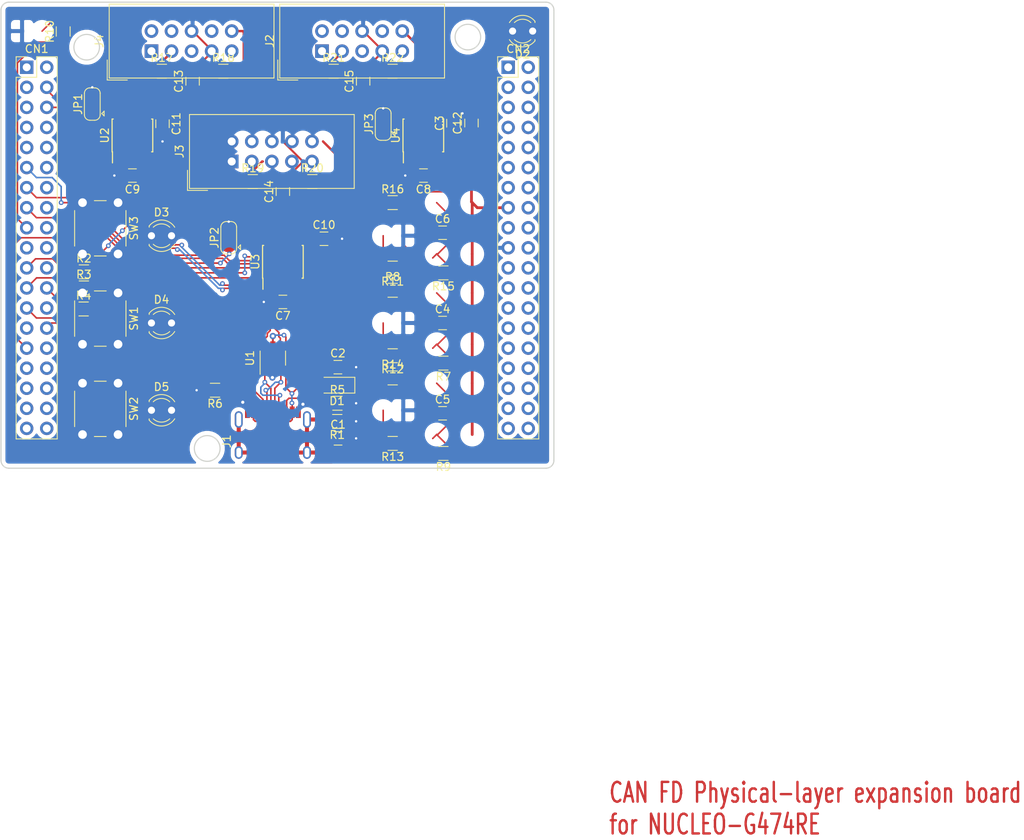
<source format=kicad_pcb>
(kicad_pcb (version 20171130) (host pcbnew "(5.1.5)-3")
  (layers (0 F.Cu signal) (31 B.Cu signal) (34 B.Paste user) (35 F.Paste user) (36 B.SilkS user hide) (37 F.SilkS user hide) (38 B.Mask user) (39 F.Mask user) (44 Edge.Cuts user))
  (net 0 "")
  (net 1 TX1)
  (net 2 GND)
  (net 3 +5V)
  (net 4 RX1)
  (net 5 +3V3)
  (net 6 STANDBY_1)
  (net 7 TX2)
  (net 8 RX2)
  (net 9 STANDBY_2)
  (net 10 TX3)
  (net 11 RX3)
  (net 12 STANDBY_3)
  (net 13 D+)
  (net 14 D-)
  (net 15 SW1)
  (net 16 SW2)
  (net 17 SW3)
  (net 18 LED1)
  (net 19 LED3)
  (net 20 LED2)
  (net 21 LED4)
  (net 22 "Net-(C13-Pad1)")
  (net 23 "Net-(C14-Pad1)")
  (net 24 "Net-(C15-Pad1)")
  (net 25 "Net-(D1-Pad2)")
  (net 26 "Net-(D2-Pad2)")
  (net 27 "Net-(D3-Pad2)")
  (net 28 "Net-(D4-Pad2)")
  (net 29 "Net-(C4-Pad1)")
  (net 30 "Net-(D5-Pad2)")
  (net 31 "Net-(JP1-Pad2)")
  (net 32 "Net-(JP2-Pad2)")
  (net 33 "Net-(JP3-Pad2)")
  (net 34 "Net-(C1-Pad1)")
  (net 35 "Net-(C5-Pad1)")
  (net 36 "Net-(C6-Pad1)")
  (net 37 "Net-(CN2-Pad22)")
  (net 38 "Net-(CN2-Pad24)")
  (net 39 "Net-(CN2-Pad26)")
  (net 40 "Net-(J1-PadB5)")
  (net 41 "Net-(J1-PadA5)")
  (net 42 "Net-(J1-PadB8)")
  (net 43 "Net-(J1-PadA8)")
  (net 44 CAN1_P)
  (net 45 CAN1_N)
  (net 46 CAN2_P)
  (net 47 CAN2_N)
  (net 48 CAN3_P)
  (net 49 CAN3_N)
  (module Housings_SOIC:SOIC-8_3.9x4.9mm_Pitch1.27mm (layer F.Cu) (at 155.702 86.741 90)
    (fp_text reference U4 (at 0 -3.5 270) (layer F.SilkS))
    (fp_text value ATA6561-GAQW-N)
    (pad 8 smd rect (at 2.7 -1.905 90) (size 1.55 0.6) (layers F.Cu F.Paste F.Mask) (net 33 "Net-(JP3-Pad2)"))
    (pad 7 smd rect (at 2.7 -0.635 90) (size 1.55 0.6) (layers F.Cu F.Paste F.Mask) (net 48 CAN3_P))
    (pad 6 smd rect (at 2.7 0.635 90) (size 1.55 0.6) (layers F.Cu F.Paste F.Mask) (net 49 CAN3_N))
    (pad 5 smd rect (at 2.7 1.905 90) (size 1.55 0.6) (layers F.Cu F.Paste F.Mask) (net 5 +3V3))
    (pad 4 smd rect (at -2.7 1.905 90) (size 1.55 0.6) (layers F.Cu F.Paste F.Mask) (net 11 RX3))
    (pad 3 smd rect (at -2.7 0.635 90) (size 1.55 0.6) (layers F.Cu F.Paste F.Mask) (net 3 +5V))
    (pad 2 smd rect (at -2.7 -0.635 90) (size 1.55 0.6) (layers F.Cu F.Paste F.Mask) (net 2 GND))
    (pad 1 smd rect (at -2.7 -1.905 90) (size 1.55 0.6) (layers F.Cu F.Paste F.Mask) (net 10 TX3))
  )
  (module can-usb:IDC-Header_2x05_P2.54mm_Vertical (layer F.Cu) (at 121.285 76.073 90)
    (fp_text reference J4 (at 1.27 -6.604 90) (layer F.SilkS))
    (fp_text value Conn_01x10)
    (pad 1 thru_hole rect (at 0 0 90) (size 1.7272 1.7272) (drill 1.016) (layers *.Cu *.Mask))
    (pad 2 thru_hole oval (at 2.54 0 90) (size 1.7272 1.7272) (drill 1.016) (layers *.Cu *.Mask) (net 49 CAN3_N))
    (pad 3 thru_hole oval (at 0 2.54 90) (size 1.7272 1.7272) (drill 1.016) (layers *.Cu *.Mask) (net 2 GND))
    (pad 4 thru_hole oval (at 2.54 2.54 90) (size 1.7272 1.7272) (drill 1.016) (layers *.Cu *.Mask))
    (pad 5 thru_hole oval (at 0 5.08 90) (size 1.7272 1.7272) (drill 1.016) (layers *.Cu *.Mask))
    (pad 6 thru_hole oval (at 2.54 5.08 90) (size 1.7272 1.7272) (drill 1.016) (layers *.Cu *.Mask) (net 2 GND))
    (pad 7 thru_hole oval (at 0 7.62 90) (size 1.7272 1.7272) (drill 1.016) (layers *.Cu *.Mask) (net 48 CAN3_P))
    (pad 8 thru_hole oval (at 2.54 7.62 90) (size 1.7272 1.7272) (drill 1.016) (layers *.Cu *.Mask))
    (pad 9 thru_hole oval (at 0 10.16 90) (size 1.7272 1.7272) (drill 1.016) (layers *.Cu *.Mask))
    (pad 10 thru_hole oval (at 2.54 10.16 90) (size 1.7272 1.7272) (drill 1.016) (layers *.Cu *.Mask))
  )
  (module can-usb:IDC-Header_2x05_P2.54mm_Vertical (layer F.Cu) (at 131.445 90.043 90)
    (fp_text reference J3 (at 1.27 -6.604 90) (layer F.SilkS))
    (fp_text value Conn_01x10)
    (pad 1 thru_hole rect (at 0 0 90) (size 1.7272 1.7272) (drill 1.016) (layers *.Cu *.Mask))
    (pad 2 thru_hole oval (at 2.54 0 90) (size 1.7272 1.7272) (drill 1.016) (layers *.Cu *.Mask) (net 47 CAN2_N))
    (pad 3 thru_hole oval (at 0 2.54 90) (size 1.7272 1.7272) (drill 1.016) (layers *.Cu *.Mask) (net 2 GND))
    (pad 4 thru_hole oval (at 2.54 2.54 90) (size 1.7272 1.7272) (drill 1.016) (layers *.Cu *.Mask))
    (pad 5 thru_hole oval (at 0 5.08 90) (size 1.7272 1.7272) (drill 1.016) (layers *.Cu *.Mask))
    (pad 6 thru_hole oval (at 2.54 5.08 90) (size 1.7272 1.7272) (drill 1.016) (layers *.Cu *.Mask) (net 2 GND))
    (pad 7 thru_hole oval (at 0 7.62 90) (size 1.7272 1.7272) (drill 1.016) (layers *.Cu *.Mask) (net 46 CAN2_P))
    (pad 8 thru_hole oval (at 2.54 7.62 90) (size 1.7272 1.7272) (drill 1.016) (layers *.Cu *.Mask))
    (pad 9 thru_hole oval (at 0 10.16 90) (size 1.7272 1.7272) (drill 1.016) (layers *.Cu *.Mask))
    (pad 10 thru_hole oval (at 2.54 10.16 90) (size 1.7272 1.7272) (drill 1.016) (layers *.Cu *.Mask))
  )
  (module can-usb:L-KLS1-TIPEC-B (layer F.Cu) (at 136.652 121.793)
    (fp_text reference J1 (at -5.842 3.683 90) (layer F.SilkS))
    (fp_text value USB_C_Receptacle_USB2.0)
    (pad B1 smd rect (at 3.225 0) (size 0.6 1.45) (layers F.Cu F.Paste F.Mask) (net 2 GND))
    (pad B4 smd rect (at 2.45 0) (size 0.6 1.45) (layers F.Cu F.Paste F.Mask) (net 25 "Net-(D1-Pad2)"))
    (pad B9 smd rect (at -2.45 0) (size 0.6 1.45) (layers F.Cu F.Paste F.Mask) (net 25 "Net-(D1-Pad2)"))
    (pad B12 smd rect (at -3.225 0) (size 0.6 1.45) (layers F.Cu F.Paste F.Mask) (net 2 GND))
    (pad "" np_thru_hole circle (at 2.89 1.445 0.7) (size 0.65 0.65) (drill 0.65) (layers *.Cu *.Mask))
    (pad S1 thru_hole oval (at 4.32 0.915) (size 1 2.1) (drill oval 0.6 1.7) (layers *.Cu *.Mask) (net 34 "Net-(C1-Pad1)"))
    (pad S1 thru_hole oval (at -4.32 0.915) (size 1 2.1) (drill oval 0.6 1.7) (layers *.Cu *.Mask) (net 34 "Net-(C1-Pad1)"))
    (pad S1 thru_hole oval (at -4.32 5.095) (size 1 1.6) (drill oval 0.6 1.2) (layers *.Cu *.Mask) (net 34 "Net-(C1-Pad1)"))
    (pad S1 thru_hole oval (at 4.32 5.095) (size 1 1.6) (drill oval 0.6 1.2) (layers *.Cu *.Mask) (net 34 "Net-(C1-Pad1)"))
    (pad A12 smd rect (at 3.225 0) (size 0.6 1.45) (layers F.Cu F.Paste F.Mask) (net 2 GND))
    (pad A1 smd rect (at -3.225 0) (size 0.6 1.45) (layers F.Cu F.Paste F.Mask) (net 2 GND))
    (pad A4 smd rect (at -2.45 0) (size 0.6 1.45) (layers F.Cu F.Paste F.Mask) (net 25 "Net-(D1-Pad2)"))
    (pad B5 smd rect (at 1.75 0) (size 0.3 1.45) (layers F.Cu F.Paste F.Mask) (net 40 "Net-(J1-PadB5)"))
    (pad A8 smd rect (at 1.25 0) (size 0.3 1.45) (layers F.Cu F.Paste F.Mask) (net 43 "Net-(J1-PadA8)"))
    (pad B6 smd rect (at 0.75 0) (size 0.3 1.45) (layers F.Cu F.Paste F.Mask) (net 13 D+))
    (pad B8 smd rect (at -1.75 0) (size 0.3 1.45) (layers F.Cu F.Paste F.Mask) (net 42 "Net-(J1-PadB8)"))
    (pad A5 smd rect (at -1.25 0) (size 0.3 1.45) (layers F.Cu F.Paste F.Mask) (net 41 "Net-(J1-PadA5)"))
    (pad B7 smd rect (at -0.75 0) (size 0.3 1.45) (layers F.Cu F.Paste F.Mask) (net 14 D-))
    (pad A6 smd rect (at -0.25 0) (size 0.3 1.45) (layers F.Cu F.Paste F.Mask) (net 13 D+))
    (pad A7 smd rect (at 0.25 0) (size 0.3 1.45) (layers F.Cu F.Paste F.Mask) (net 14 D-))
    (pad A9 smd rect (at 2.45 0) (size 0.6 1.45) (layers F.Cu F.Paste F.Mask) (net 25 "Net-(D1-Pad2)"))
    (pad "" np_thru_hole circle (at -2.89 1.445 0.7) (size 0.65 0.65) (drill 0.65) (layers *.Cu *.Mask))
  )
  (module Button_Switch_THT:SW_PUSH_6mm (layer F.Cu) (at 117.055 95.25 270)
    (fp_text reference SW3 (at 3.25 -2 90) (layer F.SilkS))
    (fp_text value SW_Push_Dual_x2)
    (pad 1 thru_hole circle (at 6.5 0) (size 2 2) (drill 1.1) (layers *.Cu *.Mask) (net 17 SW3))
    (pad 2 thru_hole circle (at 6.5 4.5) (size 2 2) (drill 1.1) (layers *.Cu *.Mask) (net 5 +3V3))
    (pad 1 thru_hole circle (at 0 0) (size 2 2) (drill 1.1) (layers *.Cu *.Mask) (net 17 SW3))
    (pad 2 thru_hole circle (at 0 4.5) (size 2 2) (drill 1.1) (layers *.Cu *.Mask) (net 5 +3V3))
  )
  (module Button_Switch_THT:SW_PUSH_6mm (layer F.Cu) (at 117.055 118.11 270)
    (fp_text reference SW2 (at 3.25 -2 90) (layer F.SilkS))
    (fp_text value SW_Push_Dual_x2)
    (pad 1 thru_hole circle (at 6.5 0) (size 2 2) (drill 1.1) (layers *.Cu *.Mask) (net 16 SW2))
    (pad 2 thru_hole circle (at 6.5 4.5) (size 2 2) (drill 1.1) (layers *.Cu *.Mask) (net 5 +3V3))
    (pad 1 thru_hole circle (at 0 0) (size 2 2) (drill 1.1) (layers *.Cu *.Mask) (net 16 SW2))
    (pad 2 thru_hole circle (at 0 4.5) (size 2 2) (drill 1.1) (layers *.Cu *.Mask) (net 5 +3V3))
  )
  (module Button_Switch_THT:SW_PUSH_6mm (layer F.Cu) (at 117.055 106.68 270)
    (fp_text reference SW1 (at 3.25 -2 90) (layer F.SilkS))
    (fp_text value SW_Push_Dual_x2)
    (pad 1 thru_hole circle (at 6.5 0) (size 2 2) (drill 1.1) (layers *.Cu *.Mask) (net 15 SW1))
    (pad 2 thru_hole circle (at 6.5 4.5) (size 2 2) (drill 1.1) (layers *.Cu *.Mask) (net 5 +3V3))
    (pad 1 thru_hole circle (at 0 0) (size 2 2) (drill 1.1) (layers *.Cu *.Mask) (net 15 SW1))
    (pad 2 thru_hole circle (at 0 4.5) (size 2 2) (drill 1.1) (layers *.Cu *.Mask) (net 5 +3V3))
  )
  (module can-usb:IDC-Header_2x05_P2.54mm_Vertical (layer F.Cu) (at 142.875 76.073 90)
    (fp_text reference J2 (at 1.27 -6.604 90) (layer F.SilkS))
    (fp_text value Conn_01x10)
    (pad 1 thru_hole rect (at 0 0 90) (size 1.7272 1.7272) (drill 1.016) (layers *.Cu *.Mask))
    (pad 2 thru_hole oval (at 2.54 0 90) (size 1.7272 1.7272) (drill 1.016) (layers *.Cu *.Mask) (net 45 CAN1_N))
    (pad 3 thru_hole oval (at 0 2.54 90) (size 1.7272 1.7272) (drill 1.016) (layers *.Cu *.Mask) (net 2 GND))
    (pad 4 thru_hole oval (at 2.54 2.54 90) (size 1.7272 1.7272) (drill 1.016) (layers *.Cu *.Mask))
    (pad 5 thru_hole oval (at 0 5.08 90) (size 1.7272 1.7272) (drill 1.016) (layers *.Cu *.Mask))
    (pad 6 thru_hole oval (at 2.54 5.08 90) (size 1.7272 1.7272) (drill 1.016) (layers *.Cu *.Mask) (net 2 GND))
    (pad 7 thru_hole oval (at 0 7.62 90) (size 1.7272 1.7272) (drill 1.016) (layers *.Cu *.Mask) (net 44 CAN1_P))
    (pad 8 thru_hole oval (at 2.54 7.62 90) (size 1.7272 1.7272) (drill 1.016) (layers *.Cu *.Mask))
    (pad 9 thru_hole oval (at 0 10.16 90) (size 1.7272 1.7272) (drill 1.016) (layers *.Cu *.Mask))
    (pad 10 thru_hole oval (at 2.54 10.16 90) (size 1.7272 1.7272) (drill 1.016) (layers *.Cu *.Mask))
  )
  (module can-usb:SolderJumper-3_P1.3mm_Open_RoundedPad1.0x1.5mm (layer F.Cu) (at 150.622 85.311 90)
    (fp_text reference JP3 (at 0 -1.8 270) (layer F.SilkS))
    (fp_text value Jumper_3_Open)
    (pad 2 smd rect (at 0 0 90) (size 1 1.5) (layers F.Cu F.Mask) (net 33 "Net-(JP3-Pad2)"))
    (pad 3 smd custom (at 1.3 0 90) (size 1 0.5) (layers F.Cu F.Mask) (net 2 GND) (options (clearance outline) (anchor rect)) (primitives (gr_circle (center 0 0.25) (end 0.5 0.25) (width 0)) (gr_circle (center 0 -0.25) (end 0.5 -0.25) (width 0)) (gr_poly (pts (xy -0.55 -0.75) (xy 0 -0.75) (xy 0 0.75) (xy -0.55 0.75)) (width 0))))
    (pad 1 smd custom (at -1.3 0 90) (size 1 0.5) (layers F.Cu F.Mask) (net 12 STANDBY_3) (options (clearance outline) (anchor rect)) (primitives (gr_circle (center 0 0.25) (end 0.5 0.25) (width 0)) (gr_circle (center 0 -0.25) (end 0.5 -0.25) (width 0)) (gr_poly (pts (xy 0.55 -0.75) (xy 0 -0.75) (xy 0 0.75) (xy 0.55 0.75)) (width 0))))
  )
  (module can-usb:SolderJumper-3_P1.3mm_Open_RoundedPad1.0x1.5mm (layer F.Cu) (at 131.064 99.695 90)
    (fp_text reference JP2 (at 0 -1.8 270) (layer F.SilkS))
    (fp_text value Jumper_3_Open)
    (pad 1 smd custom (at -1.3 0 90) (size 1 0.5) (layers F.Cu F.Mask) (net 9 STANDBY_2) (options (clearance outline) (anchor rect)) (primitives (gr_circle (center 0 0.25) (end 0.5 0.25) (width 0)) (gr_circle (center 0 -0.25) (end 0.5 -0.25) (width 0)) (gr_poly (pts (xy 0.55 -0.75) (xy 0 -0.75) (xy 0 0.75) (xy 0.55 0.75)) (width 0))))
    (pad 3 smd custom (at 1.3 0 90) (size 1 0.5) (layers F.Cu F.Mask) (net 2 GND) (options (clearance outline) (anchor rect)) (primitives (gr_circle (center 0 0.25) (end 0.5 0.25) (width 0)) (gr_circle (center 0 -0.25) (end 0.5 -0.25) (width 0)) (gr_poly (pts (xy -0.55 -0.75) (xy 0 -0.75) (xy 0 0.75) (xy -0.55 0.75)) (width 0))))
    (pad 2 smd rect (at 0 0 90) (size 1 1.5) (layers F.Cu F.Mask) (net 32 "Net-(JP2-Pad2)"))
  )
  (module can-usb:SolderJumper-3_P1.3mm_Open_RoundedPad1.0x1.5mm (layer F.Cu) (at 113.792 82.771 90)
    (fp_text reference JP1 (at 0 -1.8 270) (layer F.SilkS))
    (fp_text value Jumper_3_Open)
    (pad 1 smd custom (at -1.3 0 90) (size 1 0.5) (layers F.Cu F.Mask) (net 6 STANDBY_1) (options (clearance outline) (anchor rect)) (primitives (gr_circle (center 0 0.25) (end 0.5 0.25) (width 0)) (gr_circle (center 0 -0.25) (end 0.5 -0.25) (width 0)) (gr_poly (pts (xy 0.55 -0.75) (xy 0 -0.75) (xy 0 0.75) (xy 0.55 0.75)) (width 0))))
    (pad 3 smd custom (at 1.3 0 90) (size 1 0.5) (layers F.Cu F.Mask) (net 2 GND) (options (clearance outline) (anchor rect)) (primitives (gr_circle (center 0 0.25) (end 0.5 0.25) (width 0)) (gr_circle (center 0 -0.25) (end 0.5 -0.25) (width 0)) (gr_poly (pts (xy -0.55 -0.75) (xy 0 -0.75) (xy 0 0.75) (xy -0.55 0.75)) (width 0))))
    (pad 2 smd rect (at 0 0 90) (size 1 1.5) (layers F.Cu F.Mask) (net 31 "Net-(JP1-Pad2)"))
  )
  (module TO_SOT_Packages_SMD:SOT-23-6_Handsoldering (layer F.Cu) (at 136.652 114.935 90)
    (fp_text reference U1 (at 0 -2.9 270) (layer F.SilkS))
    (fp_text value USBLC6-2SC6)
    (pad 5 smd rect (at 1.35 0 90) (size 1.56 0.65) (layers F.Cu F.Paste F.Mask) (net 25 "Net-(D1-Pad2)"))
    (pad 6 smd rect (at 1.35 -0.95 90) (size 1.56 0.65) (layers F.Cu F.Paste F.Mask) (net 13 D+))
    (pad 4 smd rect (at 1.35 0.95 90) (size 1.56 0.65) (layers F.Cu F.Paste F.Mask) (net 14 D-))
    (pad 3 smd rect (at -1.35 0.95 90) (size 1.56 0.65) (layers F.Cu F.Paste F.Mask) (net 14 D-))
    (pad 2 smd rect (at -1.35 0 90) (size 1.56 0.65) (layers F.Cu F.Paste F.Mask) (net 2 GND))
    (pad 1 smd rect (at -1.35 -0.95 90) (size 1.56 0.65) (layers F.Cu F.Paste F.Mask) (net 13 D+))
  )
  (module Resistors_SMD:R_0805_HandSoldering (layer F.Cu) (at 151.822 95.25)
    (fp_text reference R16 (at 0 -1.7) (layer F.SilkS))
    (fp_text value 100R)
    (pad 2 smd rect (at 1.35 0) (size 1.5 1.3) (layers F.Cu F.Paste F.Mask) (net 36 "Net-(C6-Pad1)"))
    (pad 1 smd rect (at -1.35 0) (size 1.5 1.3) (layers F.Cu F.Paste F.Mask) (net 5 +3V3))
  )
  (module Resistors_SMD:R_0805_HandSoldering (layer F.Cu) (at 151.822 117.4425)
    (fp_text reference R14 (at 0 -1.7) (layer F.SilkS))
    (fp_text value 100R)
    (pad 2 smd rect (at 1.35 0) (size 1.5 1.3) (layers F.Cu F.Paste F.Mask) (net 35 "Net-(C5-Pad1)"))
    (pad 1 smd rect (at -1.35 0) (size 1.5 1.3) (layers F.Cu F.Paste F.Mask) (net 5 +3V3))
  )
  (module Resistors_SMD:R_0805_HandSoldering (layer F.Cu) (at 151.822 106.34625)
    (fp_text reference R8 (at 0 -1.7) (layer F.SilkS))
    (fp_text value 100R)
    (pad 2 smd rect (at 1.35 0) (size 1.5 1.3) (layers F.Cu F.Paste F.Mask) (net 29 "Net-(C4-Pad1)"))
    (pad 1 smd rect (at -1.35 0) (size 1.5 1.3) (layers F.Cu F.Paste F.Mask) (net 5 +3V3))
  )
  (module Diodes_SMD:D_SOD-123 (layer F.Cu) (at 144.779 118.364 180)
    (fp_text reference D1 (at 0 -2) (layer F.SilkS))
    (fp_text value D_Schottky)
    (pad 2 smd rect (at 1.65 0 180) (size 0.9 1.2) (layers F.Cu F.Paste F.Mask) (net 25 "Net-(D1-Pad2)"))
    (pad 1 smd rect (at -1.65 0 180) (size 0.9 1.2) (layers F.Cu F.Paste F.Mask) (net 3 +5V))
  )
  (module LEDs:LED_D3.0mm (layer F.Cu) (at 121.285 121.539)
    (fp_text reference D5 (at 1.27 -2.96) (layer F.SilkS))
    (fp_text value STATUS3)
    (pad 1 thru_hole rect (at 0 0) (size 1.8 1.8) (drill 0.9) (layers *.Cu *.Mask) (net 2 GND))
    (pad 2 thru_hole circle (at 2.54 0) (size 1.8 1.8) (drill 0.9) (layers *.Cu *.Mask) (net 30 "Net-(D5-Pad2)"))
  )
  (module LEDs:LED_D3.0mm (layer F.Cu) (at 121.285 110.49)
    (fp_text reference D4 (at 1.27 -2.96) (layer F.SilkS))
    (fp_text value STATUS2)
    (pad 1 thru_hole rect (at 0 0) (size 1.8 1.8) (drill 0.9) (layers *.Cu *.Mask) (net 2 GND))
    (pad 2 thru_hole circle (at 2.54 0) (size 1.8 1.8) (drill 0.9) (layers *.Cu *.Mask) (net 28 "Net-(D4-Pad2)"))
  )
  (module LEDs:LED_D3.0mm (layer F.Cu) (at 121.285 99.441)
    (fp_text reference D3 (at 1.27 -2.96) (layer F.SilkS))
    (fp_text value STATUS1)
    (pad 1 thru_hole rect (at 0 0) (size 1.8 1.8) (drill 0.9) (layers *.Cu *.Mask) (net 2 GND))
    (pad 2 thru_hole circle (at 2.54 0) (size 1.8 1.8) (drill 0.9) (layers *.Cu *.Mask) (net 27 "Net-(D3-Pad2)"))
  )
  (module LEDs:LED_D3.0mm (layer F.Cu) (at 169.545 73.533 180)
    (fp_text reference D2 (at 1.27 -2.96) (layer F.SilkS))
    (fp_text value HEARTBEAT)
    (pad 1 thru_hole rect (at 0 0 180) (size 1.8 1.8) (drill 0.9) (layers *.Cu *.Mask) (net 2 GND))
    (pad 2 thru_hole circle (at 2.54 0 180) (size 1.8 1.8) (drill 0.9) (layers *.Cu *.Mask) (net 26 "Net-(D2-Pad2)"))
  )
  (module Resistors_SMD:R_0805_HandSoldering (layer F.Cu) (at 158.242 104.14 180)
    (fp_text reference R15 (at 0 -1.7) (layer F.SilkS))
    (fp_text value 10k)
    (pad 2 smd rect (at 1.35 0 180) (size 1.5 1.3) (layers F.Cu F.Paste F.Mask) (net 2 GND))
    (pad 1 smd rect (at -1.35 0 180) (size 1.5 1.3) (layers F.Cu F.Paste F.Mask) (net 17 SW3))
  )
  (module Resistors_SMD:R_0805_HandSoldering (layer F.Cu) (at 151.822 125.73 180)
    (fp_text reference R13 (at 0 -1.7) (layer F.SilkS))
    (fp_text value 510R)
    (pad 2 smd rect (at 1.35 0 180) (size 1.5 1.3) (layers F.Cu F.Paste F.Mask) (net 30 "Net-(D5-Pad2)"))
    (pad 1 smd rect (at -1.35 0 180) (size 1.5 1.3) (layers F.Cu F.Paste F.Mask) (net 21 LED4))
  )
  (module Resistors_SMD:R_0805_HandSoldering (layer F.Cu) (at 151.822 114.63375 180)
    (fp_text reference R12 (at 0 -1.7) (layer F.SilkS))
    (fp_text value 510R)
    (pad 2 smd rect (at 1.35 0 180) (size 1.5 1.3) (layers F.Cu F.Paste F.Mask) (net 28 "Net-(D4-Pad2)"))
    (pad 1 smd rect (at -1.35 0 180) (size 1.5 1.3) (layers F.Cu F.Paste F.Mask) (net 19 LED3))
  )
  (module Resistors_SMD:R_0805_HandSoldering (layer F.Cu) (at 151.822 103.5375 180)
    (fp_text reference R11 (at 0 -1.7) (layer F.SilkS))
    (fp_text value 510R)
    (pad 2 smd rect (at 1.35 0 180) (size 1.5 1.3) (layers F.Cu F.Paste F.Mask) (net 27 "Net-(D3-Pad2)"))
    (pad 1 smd rect (at -1.35 0 180) (size 1.5 1.3) (layers F.Cu F.Paste F.Mask) (net 20 LED2))
  )
  (module Resistors_SMD:R_0805_HandSoldering (layer F.Cu) (at 110.109 73.58 90)
    (fp_text reference R10 (at 0 -1.7 270) (layer F.SilkS))
    (fp_text value 510R)
    (pad 2 smd rect (at 1.35 0 90) (size 1.5 1.3) (layers F.Cu F.Paste F.Mask) (net 26 "Net-(D2-Pad2)"))
    (pad 1 smd rect (at -1.35 0 90) (size 1.5 1.3) (layers F.Cu F.Paste F.Mask) (net 18 LED1))
  )
  (module Resistors_SMD:R_0805_HandSoldering (layer F.Cu) (at 158.242 127 180)
    (fp_text reference R9 (at 0 -1.7) (layer F.SilkS))
    (fp_text value 10k)
    (pad 2 smd rect (at 1.35 0 180) (size 1.5 1.3) (layers F.Cu F.Paste F.Mask) (net 2 GND))
    (pad 1 smd rect (at -1.35 0 180) (size 1.5 1.3) (layers F.Cu F.Paste F.Mask) (net 16 SW2))
  )
  (module Resistors_SMD:R_0805_HandSoldering (layer F.Cu) (at 158.242 115.57 180)
    (fp_text reference R7 (at 0 -1.7) (layer F.SilkS))
    (fp_text value 10k)
    (pad 2 smd rect (at 1.35 0 180) (size 1.5 1.3) (layers F.Cu F.Paste F.Mask) (net 2 GND))
    (pad 1 smd rect (at -1.35 0 180) (size 1.5 1.3) (layers F.Cu F.Paste F.Mask) (net 15 SW1))
  )
  (module Resistors_SMD:R_0805_HandSoldering (layer F.Cu) (at 129.333 118.999 180)
    (fp_text reference R6 (at 0 -1.7) (layer F.SilkS))
    (fp_text value 5.1k)
    (pad 1 smd rect (at -1.35 0 180) (size 1.5 1.3) (layers F.Cu F.Paste F.Mask) (net 41 "Net-(J1-PadA5)"))
    (pad 2 smd rect (at 1.35 0 180) (size 1.5 1.3) (layers F.Cu F.Paste F.Mask) (net 2 GND))
  )
  (module Resistors_SMD:R_0805_HandSoldering (layer F.Cu) (at 151.812 78.613)
    (fp_text reference R22 (at 0 -1.7) (layer F.SilkS))
    (fp_text value 62R)
    (pad 2 smd rect (at 1.35 0) (size 1.5 1.3) (layers F.Cu F.Paste F.Mask) (net 49 CAN3_N))
    (pad 1 smd rect (at -1.35 0) (size 1.5 1.3) (layers F.Cu F.Paste F.Mask) (net 24 "Net-(C15-Pad1)"))
  )
  (module Resistors_SMD:R_0805_HandSoldering (layer F.Cu) (at 144.352 78.613)
    (fp_text reference R21 (at 0 -1.7) (layer F.SilkS))
    (fp_text value 62R)
    (pad 2 smd rect (at 1.35 0) (size 1.5 1.3) (layers F.Cu F.Paste F.Mask) (net 24 "Net-(C15-Pad1)"))
    (pad 1 smd rect (at -1.35 0) (size 1.5 1.3) (layers F.Cu F.Paste F.Mask) (net 48 CAN3_P))
  )
  (module Resistors_SMD:R_0805_HandSoldering (layer F.Cu) (at 141.652 92.583)
    (fp_text reference R20 (at 0 -1.7) (layer F.SilkS))
    (fp_text value 62R)
    (pad 2 smd rect (at 1.35 0) (size 1.5 1.3) (layers F.Cu F.Paste F.Mask) (net 47 CAN2_N))
    (pad 1 smd rect (at -1.35 0) (size 1.5 1.3) (layers F.Cu F.Paste F.Mask) (net 23 "Net-(C14-Pad1)"))
  )
  (module Resistors_SMD:R_0805_HandSoldering (layer F.Cu) (at 134.112 92.583)
    (fp_text reference R19 (at 0 -1.7) (layer F.SilkS))
    (fp_text value 62R)
    (pad 2 smd rect (at 1.35 0) (size 1.5 1.3) (layers F.Cu F.Paste F.Mask) (net 23 "Net-(C14-Pad1)"))
    (pad 1 smd rect (at -1.35 0) (size 1.5 1.3) (layers F.Cu F.Paste F.Mask) (net 46 CAN2_P))
  )
  (module Resistors_SMD:R_0805_HandSoldering (layer F.Cu) (at 130.382 78.613)
    (fp_text reference R18 (at 0 -1.7) (layer F.SilkS))
    (fp_text value 62R)
    (pad 2 smd rect (at 1.35 0) (size 1.5 1.3) (layers F.Cu F.Paste F.Mask) (net 45 CAN1_N))
    (pad 1 smd rect (at -1.35 0) (size 1.5 1.3) (layers F.Cu F.Paste F.Mask) (net 22 "Net-(C13-Pad1)"))
  )
  (module Resistors_SMD:R_0805_HandSoldering (layer F.Cu) (at 122.602 78.613)
    (fp_text reference R17 (at 0 -1.7) (layer F.SilkS))
    (fp_text value 62R)
    (pad 2 smd rect (at 1.35 0) (size 1.5 1.3) (layers F.Cu F.Paste F.Mask) (net 22 "Net-(C13-Pad1)"))
    (pad 1 smd rect (at -1.35 0) (size 1.5 1.3) (layers F.Cu F.Paste F.Mask) (net 44 CAN1_P))
  )
  (module Resistors_SMD:R_0805_HandSoldering (layer F.Cu) (at 144.827 120.65)
    (fp_text reference R5 (at 0 -1.7) (layer F.SilkS))
    (fp_text value 5.1k)
    (pad 2 smd rect (at 1.35 0) (size 1.5 1.3) (layers F.Cu F.Paste F.Mask) (net 2 GND))
    (pad 1 smd rect (at -1.35 0) (size 1.5 1.3) (layers F.Cu F.Paste F.Mask) (net 40 "Net-(J1-PadB5)"))
  )
  (module Resistors_SMD:R_0805_HandSoldering (layer F.Cu) (at 112.696 108.712)
    (fp_text reference R4 (at 0 -1.7) (layer F.SilkS))
    (fp_text value 1k)
    (pad 2 smd rect (at 1.35 0) (size 1.5 1.3) (layers F.Cu F.Paste F.Mask) (net 12 STANDBY_3))
    (pad 1 smd rect (at -1.35 0) (size 1.5 1.3) (layers F.Cu F.Paste F.Mask) (net 39 "Net-(CN2-Pad26)"))
  )
  (module Resistors_SMD:R_0805_HandSoldering (layer F.Cu) (at 112.729 106.045)
    (fp_text reference R3 (at 0 -1.7) (layer F.SilkS))
    (fp_text value 1k)
    (pad 2 smd rect (at 1.35 0) (size 1.5 1.3) (layers F.Cu F.Paste F.Mask) (net 9 STANDBY_2))
    (pad 1 smd rect (at -1.35 0) (size 1.5 1.3) (layers F.Cu F.Paste F.Mask) (net 38 "Net-(CN2-Pad24)"))
  )
  (module Resistors_SMD:R_0805_HandSoldering (layer F.Cu) (at 112.729 104.013)
    (fp_text reference R2 (at 0 -1.7) (layer F.SilkS))
    (fp_text value 1k)
    (pad 2 smd rect (at 1.35 0) (size 1.5 1.3) (layers F.Cu F.Paste F.Mask) (net 6 STANDBY_1))
    (pad 1 smd rect (at -1.35 0) (size 1.5 1.3) (layers F.Cu F.Paste F.Mask) (net 37 "Net-(CN2-Pad22)"))
  )
  (module Resistors_SMD:R_0805_HandSoldering (layer F.Cu) (at 144.807 122.951 180)
    (fp_text reference R1 (at 0 -1.7) (layer F.SilkS))
    (fp_text value 220k)
    (pad 2 smd rect (at 1.35 0 180) (size 1.5 1.3) (layers F.Cu F.Paste F.Mask) (net 34 "Net-(C1-Pad1)"))
    (pad 1 smd rect (at -1.35 0 180) (size 1.5 1.3) (layers F.Cu F.Paste F.Mask) (net 2 GND))
  )
  (module Capacitors_SMD:C_0805_HandSoldering (layer F.Cu) (at 158.142 99.06)
    (fp_text reference C6 (at 0 -1.75) (layer F.SilkS))
    (fp_text value 100n)
    (pad 2 smd rect (at 1.25 0) (size 1.5 1.25) (layers F.Cu F.Paste F.Mask) (net 17 SW3))
    (pad 1 smd rect (at -1.25 0) (size 1.5 1.25) (layers F.Cu F.Paste F.Mask) (net 36 "Net-(C6-Pad1)"))
  )
  (module Capacitors_SMD:C_0805_HandSoldering (layer F.Cu) (at 158.142 121.92)
    (fp_text reference C5 (at 0 -1.75) (layer F.SilkS))
    (fp_text value 100n)
    (pad 2 smd rect (at 1.25 0) (size 1.5 1.25) (layers F.Cu F.Paste F.Mask) (net 16 SW2))
    (pad 1 smd rect (at -1.25 0) (size 1.5 1.25) (layers F.Cu F.Paste F.Mask) (net 35 "Net-(C5-Pad1)"))
  )
  (module Capacitors_SMD:C_0805_HandSoldering (layer F.Cu) (at 158.142 110.49)
    (fp_text reference C4 (at 0 -1.75) (layer F.SilkS))
    (fp_text value 100n)
    (pad 2 smd rect (at 1.25 0) (size 1.5 1.25) (layers F.Cu F.Paste F.Mask) (net 15 SW1))
    (pad 1 smd rect (at -1.25 0) (size 1.5 1.25) (layers F.Cu F.Paste F.Mask) (net 29 "Net-(C4-Pad1)"))
  )
  (module Capacitors_SMD:C_0805_HandSoldering (layer F.Cu) (at 148.082 79.883 90)
    (fp_text reference C15 (at 0 -1.75 270) (layer F.SilkS))
    (fp_text value 4.7n)
    (pad 2 smd rect (at 1.25 0 90) (size 1.5 1.25) (layers F.Cu F.Paste F.Mask) (net 2 GND))
    (pad 1 smd rect (at -1.25 0 90) (size 1.5 1.25) (layers F.Cu F.Paste F.Mask) (net 24 "Net-(C15-Pad1)"))
  )
  (module Capacitors_SMD:C_0805_HandSoldering (layer F.Cu) (at 137.922 93.853 90)
    (fp_text reference C14 (at 0 -1.75 270) (layer F.SilkS))
    (fp_text value 4.7n)
    (pad 2 smd rect (at 1.25 0 90) (size 1.5 1.25) (layers F.Cu F.Paste F.Mask) (net 2 GND))
    (pad 1 smd rect (at -1.25 0 90) (size 1.5 1.25) (layers F.Cu F.Paste F.Mask) (net 23 "Net-(C14-Pad1)"))
  )
  (module Capacitors_SMD:C_0805_HandSoldering (layer F.Cu) (at 126.492 79.883 90)
    (fp_text reference C13 (at 0 -1.75 270) (layer F.SilkS))
    (fp_text value 4.7n)
    (pad 2 smd rect (at 1.25 0 90) (size 1.5 1.25) (layers F.Cu F.Paste F.Mask) (net 2 GND))
    (pad 1 smd rect (at -1.25 0 90) (size 1.5 1.25) (layers F.Cu F.Paste F.Mask) (net 22 "Net-(C13-Pad1)"))
  )
  (module Capacitors_SMD:C_0805_HandSoldering (layer F.Cu) (at 161.798 85.173 90)
    (fp_text reference C12 (at 0 -1.75 270) (layer F.SilkS))
    (fp_text value 100n)
    (pad 2 smd rect (at 1.25 0 90) (size 1.5 1.25) (layers F.Cu F.Paste F.Mask) (net 2 GND))
    (pad 1 smd rect (at -1.25 0 90) (size 1.5 1.25) (layers F.Cu F.Paste F.Mask) (net 5 +3V3))
  )
  (module Capacitors_SMD:C_0805_HandSoldering (layer F.Cu) (at 122.682 85.261 270)
    (fp_text reference C11 (at 0 -1.75 270) (layer F.SilkS))
    (fp_text value 100n)
    (pad 2 smd rect (at 1.25 0 270) (size 1.5 1.25) (layers F.Cu F.Paste F.Mask) (net 2 GND))
    (pad 1 smd rect (at -1.25 0 270) (size 1.5 1.25) (layers F.Cu F.Paste F.Mask) (net 5 +3V3))
  )
  (module Capacitors_SMD:C_0805_HandSoldering (layer F.Cu) (at 143.129 99.822)
    (fp_text reference C10 (at 0 -1.75) (layer F.SilkS))
    (fp_text value 100n)
    (pad 2 smd rect (at 1.25 0) (size 1.5 1.25) (layers F.Cu F.Paste F.Mask) (net 2 GND))
    (pad 1 smd rect (at -1.25 0) (size 1.5 1.25) (layers F.Cu F.Paste F.Mask) (net 5 +3V3))
  )
  (module Capacitors_SMD:C_0805_HandSoldering (layer F.Cu) (at 159.512 85.197 90)
    (fp_text reference C3 (at 0 -1.75 270) (layer F.SilkS))
    (fp_text value 2.2u)
    (pad 2 smd rect (at 1.25 0 90) (size 1.5 1.25) (layers F.Cu F.Paste F.Mask) (net 2 GND))
    (pad 1 smd rect (at -1.25 0 90) (size 1.5 1.25) (layers F.Cu F.Paste F.Mask) (net 5 +3V3))
  )
  (module Capacitors_SMD:C_0805_HandSoldering (layer F.Cu) (at 144.887 116.078)
    (fp_text reference C2 (at 0 -1.75) (layer F.SilkS))
    (fp_text value 22u)
    (pad 1 smd rect (at -1.25 0) (size 1.5 1.25) (layers F.Cu F.Paste F.Mask) (net 3 +5V))
    (pad 2 smd rect (at 1.25 0) (size 1.5 1.25) (layers F.Cu F.Paste F.Mask) (net 2 GND))
  )
  (module Capacitors_SMD:C_0805_HandSoldering (layer F.Cu) (at 144.907 125.095)
    (fp_text reference C1 (at 0 -1.75) (layer F.SilkS))
    (fp_text value 10nf)
    (pad 2 smd rect (at 1.25 0) (size 1.5 1.25) (layers F.Cu F.Paste F.Mask) (net 2 GND))
    (pad 1 smd rect (at -1.25 0) (size 1.5 1.25) (layers F.Cu F.Paste F.Mask) (net 34 "Net-(C1-Pad1)"))
  )
  (module Capacitors_SMD:C_0805_HandSoldering (layer F.Cu) (at 155.722 91.821 180)
    (fp_text reference C8 (at 0 -1.75) (layer F.SilkS))
    (fp_text value 100n)
    (pad 2 smd rect (at 1.25 0 180) (size 1.5 1.25) (layers F.Cu F.Paste F.Mask) (net 2 GND))
    (pad 1 smd rect (at -1.25 0 180) (size 1.5 1.25) (layers F.Cu F.Paste F.Mask) (net 3 +5V))
  )
  (module Capacitors_SMD:C_0805_HandSoldering (layer F.Cu) (at 118.872 91.821 180)
    (fp_text reference C9 (at 0 -1.75) (layer F.SilkS))
    (fp_text value 100n)
    (pad 2 smd rect (at 1.25 0 180) (size 1.5 1.25) (layers F.Cu F.Paste F.Mask) (net 2 GND))
    (pad 1 smd rect (at -1.25 0 180) (size 1.5 1.25) (layers F.Cu F.Paste F.Mask) (net 3 +5V))
  )
  (module Capacitors_SMD:C_0805_HandSoldering (layer F.Cu) (at 137.922 107.823 180)
    (fp_text reference C7 (at 0 -1.75) (layer F.SilkS))
    (fp_text value 100n)
    (pad 2 smd rect (at 1.25 0 180) (size 1.5 1.25) (layers F.Cu F.Paste F.Mask) (net 2 GND))
    (pad 1 smd rect (at -1.25 0 180) (size 1.5 1.25) (layers F.Cu F.Paste F.Mask) (net 3 +5V))
  )
  (module Pin_Headers:Pin_Header_Straight_2x19_Pitch2.54mm (layer F.Cu) (at 166.445 78.113)
    (fp_text reference CN2 (at 1.27 -2.33) (layer F.SilkS))
    (fp_text value CONN)
    (pad 38 thru_hole oval (at 2.54 45.72) (size 1.7 1.7) (drill 1) (layers *.Cu *.Mask))
    (pad 37 thru_hole oval (at 0 45.72) (size 1.7 1.7) (drill 1) (layers *.Cu *.Mask))
    (pad 36 thru_hole oval (at 2.54 43.18) (size 1.7 1.7) (drill 1) (layers *.Cu *.Mask))
    (pad 35 thru_hole oval (at 0 43.18) (size 1.7 1.7) (drill 1) (layers *.Cu *.Mask))
    (pad 34 thru_hole oval (at 2.54 40.64) (size 1.7 1.7) (drill 1) (layers *.Cu *.Mask))
    (pad 33 thru_hole oval (at 0 40.64) (size 1.7 1.7) (drill 1) (layers *.Cu *.Mask) (net 21 LED4))
    (pad 32 thru_hole oval (at 2.54 38.1) (size 1.7 1.7) (drill 1) (layers *.Cu *.Mask))
    (pad 31 thru_hole oval (at 0 38.1) (size 1.7 1.7) (drill 1) (layers *.Cu *.Mask))
    (pad 30 thru_hole oval (at 2.54 35.56) (size 1.7 1.7) (drill 1) (layers *.Cu *.Mask) (net 10 TX3))
    (pad 29 thru_hole oval (at 0 35.56) (size 1.7 1.7) (drill 1) (layers *.Cu *.Mask))
    (pad 28 thru_hole oval (at 2.54 33.02) (size 1.7 1.7) (drill 1) (layers *.Cu *.Mask))
    (pad 27 thru_hole oval (at 0 33.02) (size 1.7 1.7) (drill 1) (layers *.Cu *.Mask) (net 7 TX2))
    (pad 26 thru_hole oval (at 2.54 30.48) (size 1.7 1.7) (drill 1) (layers *.Cu *.Mask) (net 39 "Net-(CN2-Pad26)"))
    (pad 25 thru_hole oval (at 0 30.48) (size 1.7 1.7) (drill 1) (layers *.Cu *.Mask))
    (pad 24 thru_hole oval (at 2.54 27.94) (size 1.7 1.7) (drill 1) (layers *.Cu *.Mask) (net 38 "Net-(CN2-Pad24)"))
    (pad 23 thru_hole oval (at 0 27.94) (size 1.7 1.7) (drill 1) (layers *.Cu *.Mask) (net 8 RX2))
    (pad 22 thru_hole oval (at 2.54 25.4) (size 1.7 1.7) (drill 1) (layers *.Cu *.Mask) (net 37 "Net-(CN2-Pad22)"))
    (pad 21 thru_hole oval (at 0 25.4) (size 1.7 1.7) (drill 1) (layers *.Cu *.Mask) (net 20 LED2))
    (pad 20 thru_hole oval (at 2.54 22.86) (size 1.7 1.7) (drill 1) (layers *.Cu *.Mask))
    (pad 19 thru_hole oval (at 0 22.86) (size 1.7 1.7) (drill 1) (layers *.Cu *.Mask) (net 19 LED3))
    (pad 18 thru_hole oval (at 2.54 20.32) (size 1.7 1.7) (drill 1) (layers *.Cu *.Mask) (net 18 LED1))
    (pad 17 thru_hole oval (at 0 20.32) (size 1.7 1.7) (drill 1) (layers *.Cu *.Mask))
    (pad 16 thru_hole oval (at 2.54 17.78) (size 1.7 1.7) (drill 1) (layers *.Cu *.Mask) (net 11 RX3))
    (pad 15 thru_hole oval (at 0 17.78) (size 1.7 1.7) (drill 1) (layers *.Cu *.Mask))
    (pad 14 thru_hole oval (at 2.54 15.24) (size 1.7 1.7) (drill 1) (layers *.Cu *.Mask) (net 14 D-))
    (pad 13 thru_hole oval (at 0 15.24) (size 1.7 1.7) (drill 1) (layers *.Cu *.Mask))
    (pad 12 thru_hole oval (at 2.54 12.7) (size 1.7 1.7) (drill 1) (layers *.Cu *.Mask) (net 13 D+))
    (pad 11 thru_hole oval (at 0 12.7) (size 1.7 1.7) (drill 1) (layers *.Cu *.Mask))
    (pad 10 thru_hole oval (at 2.54 10.16) (size 1.7 1.7) (drill 1) (layers *.Cu *.Mask))
    (pad 9 thru_hole oval (at 0 10.16) (size 1.7 1.7) (drill 1) (layers *.Cu *.Mask))
    (pad 8 thru_hole oval (at 2.54 7.62) (size 1.7 1.7) (drill 1) (layers *.Cu *.Mask))
    (pad 7 thru_hole oval (at 0 7.62) (size 1.7 1.7) (drill 1) (layers *.Cu *.Mask))
    (pad 6 thru_hole oval (at 2.54 5.08) (size 1.7 1.7) (drill 1) (layers *.Cu *.Mask))
    (pad 5 thru_hole oval (at 0 5.08) (size 1.7 1.7) (drill 1) (layers *.Cu *.Mask) (net 1 TX1))
    (pad 4 thru_hole oval (at 2.54 2.54) (size 1.7 1.7) (drill 1) (layers *.Cu *.Mask) (net 17 SW3))
    (pad 3 thru_hole oval (at 0 2.54) (size 1.7 1.7) (drill 1) (layers *.Cu *.Mask) (net 4 RX1))
    (pad 2 thru_hole oval (at 2.54 0) (size 1.7 1.7) (drill 1) (layers *.Cu *.Mask) (net 16 SW2))
    (pad 1 thru_hole rect (at 0 0) (size 1.7 1.7) (drill 1) (layers *.Cu *.Mask) (net 15 SW1))
  )
  (module Pin_Headers:Pin_Header_Straight_2x19_Pitch2.54mm (layer F.Cu) (at 105.485 78.113)
    (fp_text reference CN1 (at 1.27 -2.33) (layer F.SilkS))
    (fp_text value POWER)
    (pad 38 thru_hole oval (at 2.54 45.72) (size 1.7 1.7) (drill 1) (layers *.Cu *.Mask))
    (pad 37 thru_hole oval (at 0 45.72) (size 1.7 1.7) (drill 1) (layers *.Cu *.Mask))
    (pad 36 thru_hole oval (at 2.54 43.18) (size 1.7 1.7) (drill 1) (layers *.Cu *.Mask))
    (pad 35 thru_hole oval (at 0 43.18) (size 1.7 1.7) (drill 1) (layers *.Cu *.Mask))
    (pad 34 thru_hole oval (at 2.54 40.64) (size 1.7 1.7) (drill 1) (layers *.Cu *.Mask))
    (pad 33 thru_hole oval (at 0 40.64) (size 1.7 1.7) (drill 1) (layers *.Cu *.Mask))
    (pad 32 thru_hole oval (at 2.54 38.1) (size 1.7 1.7) (drill 1) (layers *.Cu *.Mask))
    (pad 31 thru_hole oval (at 0 38.1) (size 1.7 1.7) (drill 1) (layers *.Cu *.Mask))
    (pad 30 thru_hole oval (at 2.54 35.56) (size 1.7 1.7) (drill 1) (layers *.Cu *.Mask))
    (pad 29 thru_hole oval (at 0 35.56) (size 1.7 1.7) (drill 1) (layers *.Cu *.Mask))
    (pad 28 thru_hole oval (at 2.54 33.02) (size 1.7 1.7) (drill 1) (layers *.Cu *.Mask))
    (pad 27 thru_hole oval (at 0 33.02) (size 1.7 1.7) (drill 1) (layers *.Cu *.Mask))
    (pad 26 thru_hole oval (at 2.54 30.48) (size 1.7 1.7) (drill 1) (layers *.Cu *.Mask))
    (pad 25 thru_hole oval (at 0 30.48) (size 1.7 1.7) (drill 1) (layers *.Cu *.Mask))
    (pad 24 thru_hole oval (at 2.54 27.94) (size 1.7 1.7) (drill 1) (layers *.Cu *.Mask))
    (pad 23 thru_hole oval (at 0 27.94) (size 1.7 1.7) (drill 1) (layers *.Cu *.Mask))
    (pad 22 thru_hole oval (at 2.54 25.4) (size 1.7 1.7) (drill 1) (layers *.Cu *.Mask))
    (pad 21 thru_hole oval (at 0 25.4) (size 1.7 1.7) (drill 1) (layers *.Cu *.Mask))
    (pad 20 thru_hole oval (at 2.54 22.86) (size 1.7 1.7) (drill 1) (layers *.Cu *.Mask) (net 2 GND))
    (pad 19 thru_hole oval (at 0 22.86) (size 1.7 1.7) (drill 1) (layers *.Cu *.Mask))
    (pad 18 thru_hole oval (at 2.54 20.32) (size 1.7 1.7) (drill 1) (layers *.Cu *.Mask) (net 3 +5V))
    (pad 17 thru_hole oval (at 0 20.32) (size 1.7 1.7) (drill 1) (layers *.Cu *.Mask))
    (pad 16 thru_hole oval (at 2.54 17.78) (size 1.7 1.7) (drill 1) (layers *.Cu *.Mask) (net 5 +3V3))
    (pad 15 thru_hole oval (at 0 17.78) (size 1.7 1.7) (drill 1) (layers *.Cu *.Mask))
    (pad 14 thru_hole oval (at 2.54 15.24) (size 1.7 1.7) (drill 1) (layers *.Cu *.Mask))
    (pad 13 thru_hole oval (at 0 15.24) (size 1.7 1.7) (drill 1) (layers *.Cu *.Mask))
    (pad 12 thru_hole oval (at 2.54 12.7) (size 1.7 1.7) (drill 1) (layers *.Cu *.Mask))
    (pad 11 thru_hole oval (at 0 12.7) (size 1.7 1.7) (drill 1) (layers *.Cu *.Mask))
    (pad 10 thru_hole oval (at 2.54 10.16) (size 1.7 1.7) (drill 1) (layers *.Cu *.Mask))
    (pad 9 thru_hole oval (at 0 10.16) (size 1.7 1.7) (drill 1) (layers *.Cu *.Mask))
    (pad 8 thru_hole oval (at 2.54 7.62) (size 1.7 1.7) (drill 1) (layers *.Cu *.Mask))
    (pad 7 thru_hole oval (at 0 7.62) (size 1.7 1.7) (drill 1) (layers *.Cu *.Mask))
    (pad 6 thru_hole oval (at 2.54 5.08) (size 1.7 1.7) (drill 1) (layers *.Cu *.Mask))
    (pad 5 thru_hole oval (at 0 5.08) (size 1.7 1.7) (drill 1) (layers *.Cu *.Mask))
    (pad 4 thru_hole oval (at 2.54 2.54) (size 1.7 1.7) (drill 1) (layers *.Cu *.Mask))
    (pad 3 thru_hole oval (at 0 2.54) (size 1.7 1.7) (drill 1) (layers *.Cu *.Mask))
    (pad 2 thru_hole oval (at 2.54 0) (size 1.7 1.7) (drill 1) (layers *.Cu *.Mask))
    (pad 1 thru_hole rect (at 0 0) (size 1.7 1.7) (drill 1) (layers *.Cu *.Mask))
  )
  (module Housings_SOIC:SOIC-8_3.9x4.9mm_Pitch1.27mm (layer F.Cu) (at 137.922 102.743 90)
    (fp_text reference U3 (at 0 -3.5 270) (layer F.SilkS))
    (fp_text value ATA6561-GAQW-N)
    (pad 8 smd rect (at 2.7 -1.905 90) (size 1.55 0.6) (layers F.Cu F.Paste F.Mask) (net 32 "Net-(JP2-Pad2)"))
    (pad 7 smd rect (at 2.7 -0.635 90) (size 1.55 0.6) (layers F.Cu F.Paste F.Mask) (net 46 CAN2_P))
    (pad 6 smd rect (at 2.7 0.635 90) (size 1.55 0.6) (layers F.Cu F.Paste F.Mask) (net 47 CAN2_N))
    (pad 5 smd rect (at 2.7 1.905 90) (size 1.55 0.6) (layers F.Cu F.Paste F.Mask) (net 5 +3V3))
    (pad 4 smd rect (at -2.7 1.905 90) (size 1.55 0.6) (layers F.Cu F.Paste F.Mask) (net 8 RX2))
    (pad 3 smd rect (at -2.7 0.635 90) (size 1.55 0.6) (layers F.Cu F.Paste F.Mask) (net 3 +5V))
    (pad 2 smd rect (at -2.7 -0.635 90) (size 1.55 0.6) (layers F.Cu F.Paste F.Mask) (net 2 GND))
    (pad 1 smd rect (at -2.7 -1.905 90) (size 1.55 0.6) (layers F.Cu F.Paste F.Mask) (net 7 TX2))
  )
  (module Housings_SOIC:SOIC-8_3.9x4.9mm_Pitch1.27mm (layer F.Cu) (at 118.872 86.741 90)
    (fp_text reference U2 (at 0 -3.5 90) (layer F.SilkS))
    (fp_text value ATA6561-GAQW-N)
    (pad 8 smd rect (at 2.7 -1.905 90) (size 1.55 0.6) (layers F.Cu F.Paste F.Mask) (net 31 "Net-(JP1-Pad2)"))
    (pad 7 smd rect (at 2.7 -0.635 90) (size 1.55 0.6) (layers F.Cu F.Paste F.Mask) (net 44 CAN1_P))
    (pad 6 smd rect (at 2.7 0.635 90) (size 1.55 0.6) (layers F.Cu F.Paste F.Mask) (net 45 CAN1_N))
    (pad 5 smd rect (at 2.7 1.905 90) (size 1.55 0.6) (layers F.Cu F.Paste F.Mask) (net 5 +3V3))
    (pad 4 smd rect (at -2.7 1.905 90) (size 1.55 0.6) (layers F.Cu F.Paste F.Mask) (net 4 RX1))
    (pad 3 smd rect (at -2.7 0.635 90) (size 1.55 0.6) (layers F.Cu F.Paste F.Mask) (net 3 +5V))
    (pad 2 smd rect (at -2.7 -0.635 90) (size 1.55 0.6) (layers F.Cu F.Paste F.Mask) (net 2 GND))
    (pad 1 smd rect (at -2.7 -1.905 90) (size 1.55 0.6) (layers F.Cu F.Paste F.Mask) (net 1 TX1))
  )
  (gr_circle (center 113.082 75.573) (end 111.462 75.573) (layer Edge.Cuts) (width 0.15))
  (gr_circle (center 128.342 126.373) (end 126.712 126.373) (layer Edge.Cuts) (width 0.15))
  (gr_line (start 171.235 128.873) (end 103.235 128.873) (layer Edge.Cuts) (width 0.15))
  (gr_line (start 172.235 127.873) (end 172.235 70.873) (layer Edge.Cuts) (width 0.15))
  (gr_line (start 102.235 127.873) (end 102.235 70.873) (layer Edge.Cuts) (width 0.15))
  (gr_arc (start 171.235 127.873) (end 172.235 127.873) (angle 90) (layer Edge.Cuts) (width 0.15))
  (gr_arc (start 103.235 127.873) (end 102.235 127.873) (angle -90) (layer Edge.Cuts) (width 0.15))
  (gr_line (start 171.235 69.873) (end 103.235 69.873) (layer Edge.Cuts) (width 0.15))
  (gr_text "CAN FD Physical-layer expansion board\nfor NUCLEO-G474RE" (at 179.07 171.958) (layer F.Cu) (effects (font (size 2.5 1.7) (thickness 0.3)) (justify left)))
  (gr_arc (start 103.235 70.873) (end 102.235 70.873) (angle 90) (layer Edge.Cuts) (width 0.15))
  (gr_arc (start 171.235 70.873) (end 172.235 70.873) (angle -90) (layer Edge.Cuts) (width 0.15))
  (gr_circle (center 161.342 74.293) (end 159.722 74.293) (layer Edge.Cuts) (width 0.15))
  (segment (start 108.002 83.193) (end 108.593 83.193) (width 0.2) (layer F.Cu) (net 1))
  (segment (start 115.603 89.441) (end 116.967 89.441) (width 0.2) (layer F.Cu) (net 1))
  (segment (start 108.002 83.193) (end 109.355 83.193) (width 0.2) (layer F.Cu) (net 1))
  (segment (start 109.355 83.193) (end 115.603 89.441) (width 0.2) (layer F.Cu) (net 1))
  (segment (start 126.492 73.533) (end 129.032 76.073) (width 0.25) (layer F.Cu) (net 2))
  (segment (start 129.032 76.093) (end 126.492 78.633) (width 0.25) (layer F.Cu) (net 2))
  (segment (start 129.032 76.073) (end 129.032 76.093) (width 0.25) (layer F.Cu) (net 2))
  (segment (start 148.082 73.533) (end 150.622 76.073) (width 0.25) (layer F.Cu) (net 2))
  (segment (start 150.622 76.093) (end 148.082 78.633) (width 0.25) (layer F.Cu) (net 2))
  (segment (start 150.622 76.073) (end 150.622 76.093) (width 0.25) (layer F.Cu) (net 2))
  (segment (start 137.922 87.503) (end 140.462 90.043) (width 0.25) (layer F.Cu) (net 2))
  (segment (start 140.462 90.063) (end 137.922 92.603) (width 0.25) (layer F.Cu) (net 2))
  (segment (start 140.462 90.043) (end 140.462 90.063) (width 0.25) (layer F.Cu) (net 2))
  (segment (start 155.067 91.226) (end 154.472 91.821) (width 0.25) (layer F.Cu) (net 2))
  (segment (start 155.067 89.441) (end 155.067 91.226) (width 0.25) (layer F.Cu) (net 2))
  (segment (start 137.287 107.208) (end 136.672 107.823) (width 0.25) (layer F.Cu) (net 2))
  (segment (start 137.287 105.443) (end 137.287 107.208) (width 0.25) (layer F.Cu) (net 2))
  (segment (start 133.427 121.793) (end 133.427 121.108) (width 0.25) (layer F.Cu) (net 2))
  (via (at 132.842 120.523) (size 0.8) (drill 0.4) (layers F.Cu B.Cu) (net 2))
  (segment (start 133.427 121.108) (end 132.842 120.523) (width 0.25) (layer F.Cu) (net 2))
  (segment (start 118.237 91.206) (end 117.622 91.821) (width 0.2) (layer F.Cu) (net 2))
  (segment (start 118.237 89.441) (end 118.237 91.206) (width 0.2) (layer F.Cu) (net 2))
  (via (at 140.462 120.777) (size 0.8) (drill 0.4) (layers F.Cu B.Cu) (net 2))
  (segment (start 139.877 121.793) (end 139.877 121.362) (width 0.2) (layer F.Cu) (net 2))
  (segment (start 139.877 121.362) (end 140.462 120.777) (width 0.2) (layer F.Cu) (net 2))
  (segment (start 156.792 127) (end 156.892 127) (width 0.2) (layer F.Cu) (net 2))
  (segment (start 153.162 123.37) (end 156.792 127) (width 0.2) (layer F.Cu) (net 2))
  (segment (start 153.162 121.539) (end 153.162 123.37) (width 0.2) (layer F.Cu) (net 2))
  (segment (start 156.792 115.57) (end 156.892 115.57) (width 0.2) (layer F.Cu) (net 2))
  (segment (start 153.162 111.94) (end 156.792 115.57) (width 0.2) (layer F.Cu) (net 2))
  (segment (start 153.162 110.49) (end 153.162 111.94) (width 0.2) (layer F.Cu) (net 2))
  (segment (start 156.761 104.14) (end 156.892 104.14) (width 0.2) (layer F.Cu) (net 2))
  (segment (start 153.162 100.541) (end 156.761 104.14) (width 0.2) (layer F.Cu) (net 2))
  (segment (start 153.162 99.441) (end 153.162 100.541) (width 0.2) (layer F.Cu) (net 2))
  (segment (start 136.652 116.285) (end 136.652 117.334484) (width 0.25) (layer F.Cu) (net 2))
  (via (at 136.594708 117.391776) (size 0.8) (drill 0.4) (layers F.Cu B.Cu) (net 2))
  (segment (start 136.652 117.334484) (end 136.594708 117.391776) (width 0.25) (layer F.Cu) (net 2))
  (via (at 147.193 116.078) (size 0.6) (drill 0.3) (layers F.Cu B.Cu) (net 2))
  (segment (start 146.137 116.078) (end 147.193 116.078) (width 0.2) (layer F.Cu) (net 2))
  (via (at 147.193 120.65) (size 0.6) (drill 0.3) (layers F.Cu B.Cu) (net 2))
  (segment (start 146.177 120.65) (end 147.193 120.65) (width 0.2) (layer F.Cu) (net 2))
  (via (at 147.193 122.936) (size 0.6) (drill 0.3) (layers F.Cu B.Cu) (net 2))
  (segment (start 146.157 122.951) (end 147.178 122.951) (width 0.2) (layer F.Cu) (net 2))
  (segment (start 147.178 122.951) (end 147.193 122.936) (width 0.2) (layer F.Cu) (net 2))
  (via (at 147.193 125.095) (size 0.6) (drill 0.3) (layers F.Cu B.Cu) (net 2))
  (segment (start 146.157 125.095) (end 147.193 125.095) (width 0.2) (layer F.Cu) (net 2))
  (via (at 127 118.999) (size 0.6) (drill 0.3) (layers F.Cu B.Cu) (net 2))
  (segment (start 127.983 118.999) (end 127 118.999) (width 0.2) (layer F.Cu) (net 2))
  (via (at 135.509 107.823) (size 0.6) (drill 0.3) (layers F.Cu B.Cu) (net 2))
  (segment (start 136.672 107.823) (end 135.509 107.823) (width 0.2) (layer F.Cu) (net 2))
  (via (at 145.415 99.822) (size 0.6) (drill 0.3) (layers F.Cu B.Cu) (net 2))
  (segment (start 144.379 99.822) (end 145.415 99.822) (width 0.2) (layer F.Cu) (net 2))
  (via (at 131.064 97.663) (size 0.6) (drill 0.3) (layers F.Cu B.Cu) (net 2))
  (segment (start 131.064 98.395) (end 131.064 97.663) (width 0.2) (layer F.Cu) (net 2))
  (via (at 113.792 80.645) (size 0.6) (drill 0.3) (layers F.Cu B.Cu) (net 2))
  (segment (start 113.792 81.471) (end 113.792 80.645) (width 0.2) (layer F.Cu) (net 2))
  (via (at 150.622 83.312) (size 0.6) (drill 0.3) (layers F.Cu B.Cu) (net 2))
  (segment (start 150.622 84.011) (end 150.622 83.312) (width 0.2) (layer F.Cu) (net 2))
  (via (at 153.416 91.821) (size 0.6) (drill 0.3) (layers F.Cu B.Cu) (net 2))
  (segment (start 154.472 91.821) (end 153.416 91.821) (width 0.2) (layer F.Cu) (net 2))
  (via (at 116.586 91.821) (size 0.6) (drill 0.3) (layers F.Cu B.Cu) (net 2))
  (segment (start 117.622 91.821) (end 116.586 91.821) (width 0.2) (layer F.Cu) (net 2))
  (via (at 122.682 87.503) (size 0.6) (drill 0.3) (layers F.Cu B.Cu) (net 2))
  (segment (start 122.682 86.511) (end 122.682 87.503) (width 0.2) (layer F.Cu) (net 2))
  (via (at 160.655 83.947) (size 0.6) (drill 0.3) (layers F.Cu B.Cu) (net 2))
  (segment (start 160.679 83.923) (end 160.655 83.947) (width 0.2) (layer F.Cu) (net 2))
  (segment (start 160.679 83.923) (end 159.536 83.923) (width 0.2) (layer F.Cu) (net 2))
  (segment (start 161.798 83.923) (end 160.679 83.923) (width 0.2) (layer F.Cu) (net 2))
  (segment (start 156.337 91.186) (end 156.972 91.821) (width 0.25) (layer F.Cu) (net 3))
  (segment (start 156.337 89.441) (end 156.337 91.186) (width 0.25) (layer F.Cu) (net 3))
  (segment (start 138.557 107.208) (end 139.172 107.823) (width 0.25) (layer F.Cu) (net 3))
  (segment (start 138.557 105.443) (end 138.557 107.208) (width 0.25) (layer F.Cu) (net 3))
  (segment (start 119.507 91.206) (end 120.122 91.821) (width 0.2) (layer F.Cu) (net 3))
  (segment (start 119.507 89.441) (end 119.507 91.206) (width 0.2) (layer F.Cu) (net 3))
  (segment (start 139.172 107.823) (end 139.172 108.438) (width 0.2) (layer F.Cu) (net 3))
  (segment (start 145.923 118.364) (end 146.429 118.364) (width 0.2) (layer F.Cu) (net 3))
  (segment (start 143.637 116.078) (end 145.923 118.364) (width 0.2) (layer F.Cu) (net 3))
  (segment (start 142.687 116.078) (end 143.637 116.078) (width 0.2) (layer F.Cu) (net 3))
  (segment (start 139.172 112.563) (end 142.687 116.078) (width 0.2) (layer F.Cu) (net 3))
  (segment (start 139.172 107.823) (end 139.172 112.563) (width 0.2) (layer F.Cu) (net 3))
  (segment (start 108.002 80.951) (end 108.002 80.653) (width 0.2) (layer F.Cu) (net 4))
  (segment (start 115.189 88.138) (end 108.002 80.951) (width 0.2) (layer F.Cu) (net 4))
  (segment (start 120.449 88.138) (end 115.189 88.138) (width 0.2) (layer F.Cu) (net 4))
  (segment (start 120.777 89.441) (end 120.777 88.466) (width 0.2) (layer F.Cu) (net 4))
  (segment (start 120.777 88.466) (end 120.449 88.138) (width 0.2) (layer F.Cu) (net 4))
  (segment (start 120.777 84.041) (end 122.652 84.041) (width 0.35) (layer F.Cu) (net 5))
  (segment (start 157.637 84.011) (end 157.607 84.041) (width 0.35) (layer F.Cu) (net 5))
  (segment (start 139.857 100.013) (end 139.827 100.043) (width 0.35) (layer F.Cu) (net 5))
  (segment (start 141.732 100.013) (end 139.857 100.013) (width 0.35) (layer F.Cu) (net 5))
  (segment (start 161.798 86.423) (end 159.536 86.423) (width 0.35) (layer F.Cu) (net 5))
  (segment (start 157.607 85.016) (end 157.607 84.041) (width 0.35) (layer F.Cu) (net 5))
  (segment (start 158.687 86.447) (end 157.607 85.367) (width 0.35) (layer F.Cu) (net 5))
  (segment (start 157.607 85.367) (end 157.607 85.016) (width 0.35) (layer F.Cu) (net 5))
  (segment (start 159.512 86.447) (end 158.687 86.447) (width 0.35) (layer F.Cu) (net 5))
  (segment (start 161.892 96.664213) (end 161.892 101.75) (width 0.35) (layer F.Cu) (net 5))
  (segment (start 161.892 95.25) (end 161.892 96.664213) (width 0.35) (layer F.Cu) (net 5))
  (segment (start 161.892 119.524213) (end 161.892 124.61) (width 0.35) (layer F.Cu) (net 5))
  (segment (start 161.892 118.11) (end 161.892 119.524213) (width 0.35) (layer F.Cu) (net 5))
  (segment (start 161.892 114.594213) (end 161.892 118.11) (width 0.35) (layer F.Cu) (net 5))
  (segment (start 161.892 113.18) (end 161.892 114.594213) (width 0.35) (layer F.Cu) (net 5))
  (segment (start 161.892 106.68) (end 161.892 113.18) (width 0.35) (layer F.Cu) (net 5))
  (segment (start 161.892 103.164213) (end 161.892 106.68) (width 0.35) (layer F.Cu) (net 5))
  (segment (start 161.892 101.75) (end 161.892 103.164213) (width 0.35) (layer F.Cu) (net 5))
  (segment (start 161.798 95.156) (end 161.892 95.25) (width 0.35) (layer F.Cu) (net 5))
  (segment (start 161.798 86.423) (end 161.798 95.156) (width 0.35) (layer F.Cu) (net 5))
  (segment (start 162.535 95.893) (end 161.892 95.25) (width 0.35) (layer F.Cu) (net 5))
  (segment (start 166.422 95.893) (end 162.535 95.893) (width 0.35) (layer F.Cu) (net 5))
  (segment (start 150.472 117.4425) (end 149.522 117.4425) (width 0.35) (layer F.Cu) (net 5))
  (segment (start 148.717 116.6375) (end 149.522 117.4425) (width 0.35) (layer F.Cu) (net 5))
  (segment (start 148.717 108.95125) (end 148.717 116.6375) (width 0.35) (layer F.Cu) (net 5))
  (segment (start 150.472 106.34625) (end 150.472 107.19625) (width 0.35) (layer F.Cu) (net 5))
  (segment (start 150.472 107.19625) (end 148.717 108.95125) (width 0.35) (layer F.Cu) (net 5))
  (segment (start 149.522 106.34625) (end 150.472 106.34625) (width 0.35) (layer F.Cu) (net 5))
  (segment (start 148.717 105.54125) (end 149.522 106.34625) (width 0.35) (layer F.Cu) (net 5))
  (segment (start 148.717 97.855) (end 148.717 105.54125) (width 0.35) (layer F.Cu) (net 5))
  (segment (start 150.472 95.25) (end 150.472 96.1) (width 0.35) (layer F.Cu) (net 5))
  (segment (start 150.472 96.1) (end 148.717 97.855) (width 0.35) (layer F.Cu) (net 5))
  (segment (start 142.004 99.822) (end 141.879 99.822) (width 0.35) (layer F.Cu) (net 5))
  (segment (start 145.669 96.157) (end 142.004 99.822) (width 0.35) (layer F.Cu) (net 5))
  (segment (start 142.177 84.011) (end 145.669 87.503) (width 0.35) (layer F.Cu) (net 5))
  (segment (start 145.669 87.503) (end 145.669 96.157) (width 0.35) (layer F.Cu) (net 5))
  (segment (start 122.682 84.011) (end 142.177 84.011) (width 0.35) (layer F.Cu) (net 5))
  (segment (start 157.607 75.057) (end 157.607 84.041) (width 0.35) (layer F.Cu) (net 5))
  (segment (start 140.716 82.55) (end 140.716 72.517) (width 0.35) (layer F.Cu) (net 5))
  (segment (start 140.716 72.517) (end 141.732 71.501) (width 0.35) (layer F.Cu) (net 5))
  (segment (start 142.177 84.011) (end 140.716 82.55) (width 0.35) (layer F.Cu) (net 5))
  (segment (start 154.051 71.501) (end 157.607 75.057) (width 0.35) (layer F.Cu) (net 5))
  (segment (start 141.732 71.501) (end 154.051 71.501) (width 0.35) (layer F.Cu) (net 5))
  (segment (start 117.097 87.376) (end 120.904 87.376) (width 0.2) (layer F.Cu) (net 6))
  (segment (start 120.904 87.376) (end 121.793 88.265) (width 0.2) (layer F.Cu) (net 6))
  (segment (start 113.792 84.071) (end 117.097 87.376) (width 0.2) (layer F.Cu) (net 6))
  (segment (start 121.793 88.265) (end 121.793 93.853) (width 0.2) (layer F.Cu) (net 6))
  (segment (start 121.793 93.726) (end 121.793 94.615) (width 0.2) (layer F.Cu) (net 6))
  (via (at 117.602 98.806) (size 0.6) (drill 0.3) (layers F.Cu B.Cu) (net 6))
  (segment (start 117.901999 98.506001) (end 117.602 98.806) (width 0.2) (layer F.Cu) (net 6))
  (segment (start 121.793 94.615) (end 117.901999 98.506001) (width 0.2) (layer F.Cu) (net 6))
  (segment (start 117.602 98.806) (end 115.824 100.584) (width 0.2) (layer B.Cu) (net 6))
  (segment (start 114.079 104.013) (end 114.079 102.456) (width 0.2) (layer F.Cu) (net 6))
  (segment (start 114.079 102.456) (end 115.824 100.711) (width 0.2) (layer F.Cu) (net 6))
  (via (at 115.824 100.711) (size 0.6) (drill 0.3) (layers F.Cu B.Cu) (net 6))
  (segment (start 115.824 100.584) (end 115.824 100.711) (width 0.2) (layer B.Cu) (net 6))
  (segment (start 108.645 110.49) (end 108.002 111.133) (width 0.2) (layer F.Cu) (net 7))
  (segment (start 118.237 110.49) (end 108.645 110.49) (width 0.2) (layer F.Cu) (net 7))
  (segment (start 123.952 104.775) (end 118.237 110.49) (width 0.2) (layer F.Cu) (net 7))
  (segment (start 136.017 105.443) (end 136.017 104.775) (width 0.2) (layer F.Cu) (net 7))
  (segment (start 136.017 104.775) (end 123.952 104.775) (width 0.2) (layer F.Cu) (net 7))
  (segment (start 109.264 107.315) (end 108.002 106.053) (width 0.2) (layer F.Cu) (net 8))
  (segment (start 139.827 104.468) (end 138.864 103.505) (width 0.2) (layer F.Cu) (net 8))
  (segment (start 138.864 103.505) (end 119.4435 103.505) (width 0.2) (layer F.Cu) (net 8))
  (segment (start 119.4435 103.505) (end 115.6335 107.315) (width 0.2) (layer F.Cu) (net 8))
  (segment (start 139.827 105.443) (end 139.827 104.468) (width 0.2) (layer F.Cu) (net 8))
  (segment (start 115.6335 107.315) (end 109.264 107.315) (width 0.2) (layer F.Cu) (net 8))
  (segment (start 131.064 100.995) (end 131.064 101.655003) (width 0.2) (layer F.Cu) (net 9))
  (segment (start 130.011741 102.90499) (end 131.139238 101.777493) (width 0.2) (layer B.Cu) (net 9))
  (via (at 131.139238 101.730241) (size 0.6) (drill 0.3) (layers F.Cu B.Cu) (net 9))
  (via (at 130.011741 102.90499) (size 0.6) (drill 0.3) (layers F.Cu B.Cu) (net 9))
  (segment (start 131.139238 101.777493) (end 131.139238 101.730241) (width 0.2) (layer B.Cu) (net 9))
  (segment (start 131.064 101.655003) (end 131.139238 101.730241) (width 0.2) (layer F.Cu) (net 9))
  (segment (start 129.587477 102.90499) (end 130.011741 102.90499) (width 0.2) (layer F.Cu) (net 9))
  (segment (start 119.28731 102.90499) (end 129.587477 102.90499) (width 0.2) (layer F.Cu) (net 9))
  (segment (start 114.046 106.045) (end 116.1473 106.045) (width 0.2) (layer F.Cu) (net 9))
  (segment (start 116.1473 106.045) (end 119.28731 102.90499) (width 0.2) (layer F.Cu) (net 9))
  (segment (start 105.462 113.673) (end 104.013 112.224) (width 0.2) (layer F.Cu) (net 10))
  (segment (start 104.013 112.224) (end 104.013 105.664) (width 0.2) (layer F.Cu) (net 10))
  (segment (start 104.013 105.664) (end 104.013 105.799998) (width 0.2) (layer F.Cu) (net 10))
  (segment (start 153.797 88.466) (end 153.797 89.441) (width 0.2) (layer F.Cu) (net 10))
  (segment (start 154.252 88.011) (end 153.797 88.466) (width 0.2) (layer F.Cu) (net 10))
  (segment (start 158.369 88.011) (end 154.252 88.011) (width 0.2) (layer F.Cu) (net 10))
  (segment (start 159.277011 88.919011) (end 158.369 88.011) (width 0.2) (layer F.Cu) (net 10))
  (segment (start 158.534689 93.872011) (end 159.277011 93.129689) (width 0.2) (layer F.Cu) (net 10))
  (segment (start 118.305991 102.304989) (end 130.299742 102.304989) (width 0.2) (layer F.Cu) (net 10))
  (segment (start 130.991753 102.997) (end 145.4034 102.997) (width 0.2) (layer F.Cu) (net 10))
  (segment (start 115.696002 99.695) (end 118.305991 102.304989) (width 0.2) (layer F.Cu) (net 10))
  (segment (start 104.775 99.695) (end 115.696002 99.695) (width 0.2) (layer F.Cu) (net 10))
  (segment (start 104.013 105.664) (end 104.013 100.457) (width 0.2) (layer F.Cu) (net 10))
  (segment (start 130.299742 102.304989) (end 130.991753 102.997) (width 0.2) (layer F.Cu) (net 10))
  (segment (start 147.739022 94.761678) (end 148.628689 93.872011) (width 0.2) (layer F.Cu) (net 10))
  (segment (start 159.277011 93.129689) (end 159.277011 88.919011) (width 0.2) (layer F.Cu) (net 10))
  (segment (start 145.4034 102.997) (end 147.739022 100.661378) (width 0.2) (layer F.Cu) (net 10))
  (segment (start 104.013 100.457) (end 104.775 99.695) (width 0.2) (layer F.Cu) (net 10))
  (segment (start 147.739022 100.661378) (end 147.739022 94.761678) (width 0.2) (layer F.Cu) (net 10))
  (segment (start 148.628689 93.872011) (end 158.534689 93.872011) (width 0.2) (layer F.Cu) (net 10))
  (segment (start 157.607 89.441) (end 157.767 89.441) (width 0.2) (layer F.Cu) (net 11))
  (segment (start 118.47168 101.904978) (end 130.465431 101.904978) (width 0.2) (layer F.Cu) (net 11))
  (segment (start 106.724 97.155) (end 113.721702 97.155) (width 0.2) (layer F.Cu) (net 11))
  (segment (start 105.462 95.893) (end 106.724 97.155) (width 0.2) (layer F.Cu) (net 11))
  (segment (start 130.465431 101.904978) (end 131.157442 102.596989) (width 0.2) (layer F.Cu) (net 11))
  (segment (start 147.339011 100.495689) (end 147.339011 94.595989) (width 0.2) (layer F.Cu) (net 11))
  (segment (start 113.721702 97.155) (end 118.47168 101.904978) (width 0.2) (layer F.Cu) (net 11))
  (segment (start 131.157442 102.596989) (end 145.237711 102.596989) (width 0.2) (layer F.Cu) (net 11))
  (segment (start 145.237711 102.596989) (end 147.339011 100.495689) (width 0.2) (layer F.Cu) (net 11))
  (segment (start 147.339011 94.595989) (end 148.463 93.472) (width 0.2) (layer F.Cu) (net 11))
  (segment (start 158.877 90.211) (end 158.107 89.441) (width 0.2) (layer F.Cu) (net 11))
  (segment (start 148.463 93.472) (end 158.369 93.472) (width 0.2) (layer F.Cu) (net 11))
  (segment (start 158.369 93.472) (end 158.877 92.964) (width 0.2) (layer F.Cu) (net 11))
  (segment (start 158.877 92.964) (end 158.877 90.211) (width 0.2) (layer F.Cu) (net 11))
  (segment (start 158.107 89.441) (end 157.607 89.441) (width 0.2) (layer F.Cu) (net 11))
  (via (at 133.096 101.996989) (size 0.6) (drill 0.3) (layers F.Cu B.Cu) (net 12))
  (segment (start 133.096 101.996989) (end 133.096 104.14) (width 0.2) (layer B.Cu) (net 12))
  (via (at 133.096 104.14) (size 0.6) (drill 0.3) (layers F.Cu B.Cu) (net 12))
  (segment (start 114.996 108.712) (end 119.568 104.14) (width 0.2) (layer F.Cu) (net 12))
  (segment (start 114.046 108.712) (end 114.996 108.712) (width 0.2) (layer F.Cu) (net 12))
  (segment (start 119.568 104.14) (end 119.761 104.14) (width 0.2) (layer F.Cu) (net 12))
  (segment (start 119.761 104.14) (end 133.096 104.14) (width 0.2) (layer F.Cu) (net 12))
  (segment (start 133.207011 102.108) (end 133.096 101.996989) (width 0.2) (layer F.Cu) (net 12))
  (segment (start 150.622 86.611) (end 150.622 90.678) (width 0.2) (layer F.Cu) (net 12))
  (segment (start 146.939 100.203) (end 145.034 102.108) (width 0.2) (layer F.Cu) (net 12))
  (segment (start 150.622 90.678) (end 146.939 94.361) (width 0.2) (layer F.Cu) (net 12))
  (segment (start 146.939 94.361) (end 146.939 100.203) (width 0.2) (layer F.Cu) (net 12))
  (segment (start 145.034 102.108) (end 133.207011 102.108) (width 0.2) (layer F.Cu) (net 12))
  (segment (start 135.902 116.485) (end 135.702 116.285) (width 0.25) (layer F.Cu) (net 13))
  (segment (start 135.702 113.585) (end 135.702 116.285) (width 0.25) (layer F.Cu) (net 13))
  (via (at 135.636 117.983) (size 0.6) (drill 0.3) (layers F.Cu B.Cu) (net 13))
  (segment (start 136.402 118.749) (end 135.636 117.983) (width 0.2) (layer F.Cu) (net 13))
  (segment (start 136.402 121.793) (end 136.402 118.749) (width 0.2) (layer F.Cu) (net 13))
  (segment (start 135.636 116.351) (end 135.702 116.285) (width 0.2) (layer F.Cu) (net 13))
  (segment (start 135.636 117.983) (end 135.636 116.351) (width 0.2) (layer F.Cu) (net 13))
  (segment (start 135.128 118.618) (end 135.636 118.11) (width 0.2) (layer B.Cu) (net 13))
  (segment (start 135.128 119.38) (end 135.128 118.618) (width 0.2) (layer B.Cu) (net 13))
  (segment (start 135.636 118.11) (end 135.636 117.983) (width 0.2) (layer B.Cu) (net 13))
  (via (at 137.541 119.634) (size 0.6) (drill 0.3) (layers F.Cu B.Cu) (net 13))
  (segment (start 137.541 119.634) (end 137.402 119.773) (width 0.2) (layer F.Cu) (net 13))
  (segment (start 137.402 119.773) (end 137.402 121.793) (width 0.2) (layer F.Cu) (net 13))
  (segment (start 135.382 119.634) (end 135.128 119.38) (width 0.2) (layer B.Cu) (net 13))
  (segment (start 137.541 119.634) (end 135.382 119.634) (width 0.2) (layer B.Cu) (net 13))
  (segment (start 135.702 113.13) (end 135.951999 112.880001) (width 0.2) (layer F.Cu) (net 13))
  (segment (start 135.702 113.585) (end 135.702 113.13) (width 0.2) (layer F.Cu) (net 13))
  (via (at 130.27436 106.302) (size 0.6) (drill 0.3) (layers F.Cu B.Cu) (net 13))
  (segment (start 124.841 101.187821) (end 124.558157 101.187821) (width 0.2) (layer B.Cu) (net 13))
  (segment (start 130.27436 106.302) (end 130.07436 106.102) (width 0.2) (layer B.Cu) (net 13))
  (segment (start 129.755179 106.102) (end 124.841 101.187821) (width 0.2) (layer B.Cu) (net 13))
  (via (at 124.558157 101.187821) (size 0.6) (drill 0.3) (layers F.Cu B.Cu) (net 13))
  (segment (start 130.07436 106.102) (end 129.755179 106.102) (width 0.2) (layer B.Cu) (net 13))
  (via (at 109.855 95.25) (size 0.6) (drill 0.3) (layers F.Cu B.Cu) (net 13))
  (segment (start 105.462 90.813) (end 106.724 92.075) (width 0.2) (layer B.Cu) (net 13))
  (segment (start 106.724 92.075) (end 108.712 92.075) (width 0.2) (layer B.Cu) (net 13))
  (segment (start 108.712 92.075) (end 109.855 93.218) (width 0.2) (layer B.Cu) (net 13))
  (segment (start 109.855 93.218) (end 109.855 94.825736) (width 0.2) (layer B.Cu) (net 13))
  (segment (start 109.855 94.825736) (end 109.855 95.25) (width 0.2) (layer B.Cu) (net 13))
  (segment (start 110.279264 95.25) (end 109.855 95.25) (width 0.2) (layer F.Cu) (net 13))
  (segment (start 118.167135 101.022135) (end 112.395 95.25) (width 0.2) (layer F.Cu) (net 13))
  (segment (start 124.558157 101.187821) (end 124.392471 101.022135) (width 0.2) (layer F.Cu) (net 13))
  (segment (start 112.395 95.25) (end 110.279264 95.25) (width 0.2) (layer F.Cu) (net 13))
  (segment (start 124.392471 101.022135) (end 118.167135 101.022135) (width 0.2) (layer F.Cu) (net 13))
  (segment (start 130.47436 106.102) (end 130.27436 106.302) (width 0.2) (layer F.Cu) (net 13))
  (segment (start 131.254156 106.102) (end 130.47436 106.102) (width 0.2) (layer F.Cu) (net 13))
  (segment (start 135.89 110.744) (end 135.89 110.737844) (width 0.2) (layer F.Cu) (net 13))
  (segment (start 136.315999 111.169999) (end 135.89 110.744) (width 0.2) (layer F.Cu) (net 13))
  (segment (start 135.89 110.737844) (end 131.254156 106.102) (width 0.2) (layer F.Cu) (net 13))
  (segment (start 135.702 112.414999) (end 135.951999 112.165) (width 0.2) (layer F.Cu) (net 13))
  (segment (start 135.702 113.585) (end 135.702 112.414999) (width 0.2) (layer F.Cu) (net 13))
  (segment (start 135.951999 111.804999) (end 136.315999 111.440999) (width 0.2) (layer F.Cu) (net 13))
  (segment (start 135.951999 112.165) (end 135.951999 111.804999) (width 0.2) (layer F.Cu) (net 13))
  (segment (start 136.315999 111.440999) (end 136.315999 111.169999) (width 0.2) (layer F.Cu) (net 13))
  (segment (start 137.402 116.485) (end 137.602 116.285) (width 0.25) (layer F.Cu) (net 14))
  (segment (start 137.602 113.585) (end 137.602 116.285) (width 0.25) (layer F.Cu) (net 14))
  (via (at 137.668 117.983) (size 0.6) (drill 0.3) (layers F.Cu B.Cu) (net 14))
  (segment (start 136.902 118.749) (end 137.668 117.983) (width 0.2) (layer F.Cu) (net 14))
  (segment (start 136.902 121.793) (end 136.902 118.749) (width 0.2) (layer F.Cu) (net 14))
  (segment (start 137.668 116.351) (end 137.602 116.285) (width 0.2) (layer F.Cu) (net 14))
  (segment (start 137.668 117.983) (end 137.668 116.351) (width 0.2) (layer F.Cu) (net 14))
  (segment (start 135.763 118.999) (end 135.902 119.138) (width 0.2) (layer F.Cu) (net 14))
  (via (at 135.763 118.999) (size 0.6) (drill 0.3) (layers F.Cu B.Cu) (net 14))
  (segment (start 135.902 119.138) (end 135.902 121.793) (width 0.2) (layer F.Cu) (net 14))
  (segment (start 137.602 113.585) (end 137.602 113.13) (width 0.2) (layer F.Cu) (net 14))
  (segment (start 137.602 113.13) (end 137.352001 112.880001) (width 0.2) (layer F.Cu) (net 14))
  (via (at 130.27436 105.502) (size 0.6) (drill 0.3) (layers F.Cu B.Cu) (net 14))
  (segment (start 125.123843 100.904978) (end 125.123843 100.622135) (width 0.2) (layer B.Cu) (net 14))
  (segment (start 130.07436 105.702) (end 129.920865 105.702) (width 0.2) (layer B.Cu) (net 14))
  (segment (start 129.920865 105.702) (end 125.123843 100.904978) (width 0.2) (layer B.Cu) (net 14))
  (via (at 125.123843 100.622135) (size 0.6) (drill 0.3) (layers F.Cu B.Cu) (net 14))
  (segment (start 130.27436 105.502) (end 130.07436 105.702) (width 0.2) (layer B.Cu) (net 14))
  (segment (start 125.123843 100.622135) (end 125.085708 100.584) (width 0.2) (layer F.Cu) (net 14))
  (segment (start 106.724 94.615) (end 105.462 93.353) (width 0.2) (layer F.Cu) (net 14))
  (segment (start 112.395 94.615) (end 106.724 94.615) (width 0.2) (layer F.Cu) (net 14))
  (segment (start 118.402135 100.622135) (end 112.395 94.615) (width 0.2) (layer F.Cu) (net 14))
  (segment (start 124.235841 100.622135) (end 118.402135 100.622135) (width 0.2) (layer F.Cu) (net 14))
  (segment (start 124.270156 100.58782) (end 124.235841 100.622135) (width 0.2) (layer F.Cu) (net 14))
  (segment (start 124.846158 100.58782) (end 124.270156 100.58782) (width 0.2) (layer F.Cu) (net 14))
  (segment (start 125.123843 100.622135) (end 124.880473 100.622135) (width 0.2) (layer F.Cu) (net 14))
  (segment (start 124.880473 100.622135) (end 124.846158 100.58782) (width 0.2) (layer F.Cu) (net 14))
  (segment (start 130.47436 105.702) (end 130.27436 105.502) (width 0.2) (layer F.Cu) (net 14))
  (segment (start 137.602 112.414999) (end 137.414 112.226999) (width 0.2) (layer F.Cu) (net 14))
  (segment (start 131.419844 105.702) (end 130.47436 105.702) (width 0.2) (layer F.Cu) (net 14))
  (segment (start 137.602 113.585) (end 137.602 112.414999) (width 0.2) (layer F.Cu) (net 14))
  (segment (start 137.414 112.226999) (end 137.414 111.696156) (width 0.2) (layer F.Cu) (net 14))
  (segment (start 137.414 111.696156) (end 131.419844 105.702) (width 0.2) (layer F.Cu) (net 14))
  (segment (start 136.9695 117.983) (end 137.668 117.983) (width 0.2) (layer B.Cu) (net 14))
  (segment (start 135.763 118.999) (end 135.9535 118.999) (width 0.2) (layer B.Cu) (net 14))
  (segment (start 135.9535 118.999) (end 136.9695 117.983) (width 0.2) (layer B.Cu) (net 14))
  (segment (start 156.892 113.68) (end 157.392 113.18) (width 0.2) (layer F.Cu) (net 15))
  (segment (start 159.392 108.68) (end 157.392 106.68) (width 0.2) (layer F.Cu) (net 15))
  (segment (start 159.392 110.49) (end 159.392 108.68) (width 0.2) (layer F.Cu) (net 15))
  (segment (start 157.527 113.18) (end 157.392 113.18) (width 0.2) (layer F.Cu) (net 15))
  (segment (start 159.392 111.315) (end 157.527 113.18) (width 0.2) (layer F.Cu) (net 15))
  (segment (start 159.392 110.49) (end 159.392 111.315) (width 0.2) (layer F.Cu) (net 15))
  (segment (start 159.592 115.38) (end 159.592 115.57) (width 0.2) (layer F.Cu) (net 15))
  (segment (start 157.392 113.18) (end 159.592 115.38) (width 0.2) (layer F.Cu) (net 15))
  (segment (start 159.392 120.11) (end 157.392 118.11) (width 0.2) (layer F.Cu) (net 16))
  (segment (start 159.392 121.92) (end 159.392 120.11) (width 0.2) (layer F.Cu) (net 16))
  (segment (start 156.892 125.11) (end 157.392 124.61) (width 0.2) (layer F.Cu) (net 16))
  (segment (start 157.527 124.61) (end 157.392 124.61) (width 0.2) (layer F.Cu) (net 16))
  (segment (start 159.392 122.745) (end 157.527 124.61) (width 0.2) (layer F.Cu) (net 16))
  (segment (start 159.392 121.92) (end 159.392 122.745) (width 0.2) (layer F.Cu) (net 16))
  (segment (start 159.592 126.81) (end 159.592 127) (width 0.2) (layer F.Cu) (net 16))
  (segment (start 157.392 124.61) (end 159.592 126.81) (width 0.2) (layer F.Cu) (net 16))
  (segment (start 159.392 97.25) (end 159.392 99.06) (width 0.2) (layer F.Cu) (net 17))
  (segment (start 157.392 95.25) (end 159.392 97.25) (width 0.2) (layer F.Cu) (net 17))
  (segment (start 157.527 101.75) (end 157.392 101.75) (width 0.2) (layer F.Cu) (net 17))
  (segment (start 159.392 99.885) (end 157.527 101.75) (width 0.2) (layer F.Cu) (net 17))
  (segment (start 159.392 99.06) (end 159.392 99.885) (width 0.2) (layer F.Cu) (net 17))
  (segment (start 156.892 102.25) (end 157.392 101.75) (width 0.2) (layer F.Cu) (net 17))
  (segment (start 159.592 103.95) (end 159.592 104.14) (width 0.2) (layer F.Cu) (net 17))
  (segment (start 157.392 101.75) (end 159.592 103.95) (width 0.2) (layer F.Cu) (net 17))
  (segment (start 104.311999 77.560999) (end 104.311999 97.282999) (width 0.2) (layer F.Cu) (net 18))
  (segment (start 106.942998 74.93) (end 104.311999 77.560999) (width 0.2) (layer F.Cu) (net 18))
  (segment (start 104.612001 97.583001) (end 105.462 98.433) (width 0.2) (layer F.Cu) (net 18))
  (segment (start 104.311999 97.282999) (end 104.612001 97.583001) (width 0.2) (layer F.Cu) (net 18))
  (segment (start 110.109 74.93) (end 106.942998 74.93) (width 0.2) (layer F.Cu) (net 18))
  (segment (start 129.032 78.613) (end 129.032 80.518) (width 0.3) (layer F.Cu) (net 22))
  (segment (start 129.032 80.518) (end 128.417 81.133) (width 0.3) (layer F.Cu) (net 22))
  (segment (start 128.417 81.133) (end 126.492 81.133) (width 0.3) (layer F.Cu) (net 22))
  (segment (start 123.952 78.613) (end 123.952 80.518) (width 0.3) (layer F.Cu) (net 22))
  (segment (start 124.567 81.133) (end 126.492 81.133) (width 0.3) (layer F.Cu) (net 22))
  (segment (start 123.952 80.518) (end 124.567 81.133) (width 0.3) (layer F.Cu) (net 22))
  (segment (start 140.302 92.583) (end 140.302 94.648) (width 0.3) (layer F.Cu) (net 23))
  (segment (start 139.847 95.103) (end 137.922 95.103) (width 0.3) (layer F.Cu) (net 23))
  (segment (start 140.302 94.648) (end 139.847 95.103) (width 0.3) (layer F.Cu) (net 23))
  (segment (start 135.462 92.583) (end 135.462 94.568) (width 0.3) (layer F.Cu) (net 23))
  (segment (start 135.997 95.103) (end 137.922 95.103) (width 0.3) (layer F.Cu) (net 23))
  (segment (start 135.462 94.568) (end 135.997 95.103) (width 0.3) (layer F.Cu) (net 23))
  (segment (start 150.462 78.613) (end 150.462 80.678) (width 0.3) (layer F.Cu) (net 24))
  (segment (start 150.007 81.133) (end 148.082 81.133) (width 0.3) (layer F.Cu) (net 24))
  (segment (start 150.462 80.678) (end 150.007 81.133) (width 0.3) (layer F.Cu) (net 24))
  (segment (start 145.702 78.613) (end 145.702 80.678) (width 0.3) (layer F.Cu) (net 24))
  (segment (start 145.702 80.678) (end 146.157 81.133) (width 0.3) (layer F.Cu) (net 24))
  (segment (start 146.157 81.133) (end 148.082 81.133) (width 0.3) (layer F.Cu) (net 24))
  (via (at 136.652 112.141) (size 0.8) (drill 0.4) (layers F.Cu B.Cu) (net 25))
  (segment (start 136.652 113.585) (end 136.652 112.141) (width 0.25) (layer F.Cu) (net 25))
  (segment (start 139.102 122.718) (end 138.884 122.936) (width 0.2) (layer F.Cu) (net 25))
  (segment (start 139.102 121.793) (end 139.102 122.718) (width 0.2) (layer F.Cu) (net 25))
  (segment (start 134.202 122.718) (end 134.202 121.793) (width 0.2) (layer F.Cu) (net 25))
  (segment (start 134.42 122.936) (end 134.202 122.718) (width 0.2) (layer F.Cu) (net 25))
  (segment (start 138.884 122.936) (end 134.42 122.936) (width 0.2) (layer F.Cu) (net 25))
  (via (at 139.065 120.615) (size 0.6) (drill 0.3) (layers F.Cu B.Cu) (net 25))
  (segment (start 139.102 121.793) (end 139.102 120.652) (width 0.2) (layer F.Cu) (net 25))
  (segment (start 139.102 120.652) (end 139.065 120.615) (width 0.2) (layer F.Cu) (net 25))
  (via (at 139.065 119.415) (size 0.6) (drill 0.3) (layers F.Cu B.Cu) (net 25))
  (segment (start 139.065 120.615) (end 139.065 119.415) (width 0.2) (layer B.Cu) (net 25))
  (segment (start 140.116 118.364) (end 139.065 119.415) (width 0.2) (layer F.Cu) (net 25))
  (segment (start 143.129 118.364) (end 140.116 118.364) (width 0.2) (layer F.Cu) (net 25))
  (via (at 138.057756 112.024759) (size 0.6) (drill 0.3) (layers F.Cu B.Cu) (net 25))
  (segment (start 136.768241 112.024759) (end 136.652 112.141) (width 0.2) (layer B.Cu) (net 25))
  (segment (start 138.057756 112.024759) (end 136.768241 112.024759) (width 0.2) (layer B.Cu) (net 25))
  (segment (start 138.303 112.270003) (end 138.057756 112.024759) (width 0.2) (layer F.Cu) (net 25))
  (segment (start 139.065 119.415) (end 138.303 118.653) (width 0.2) (layer F.Cu) (net 25))
  (segment (start 138.303 118.653) (end 138.303 112.270003) (width 0.2) (layer F.Cu) (net 25))
  (segment (start 108.745 72.23) (end 110.109 72.23) (width 0.2) (layer F.Cu) (net 26))
  (segment (start 107.442 73.533) (end 108.745 72.23) (width 0.2) (layer F.Cu) (net 26))
  (segment (start 150.622 103.3875) (end 150.472 103.5375) (width 0.2) (layer F.Cu) (net 27))
  (segment (start 150.622 99.441) (end 150.622 103.3875) (width 0.2) (layer F.Cu) (net 27))
  (segment (start 150.622 114.48375) (end 150.472 114.63375) (width 0.2) (layer F.Cu) (net 28))
  (segment (start 150.622 110.49) (end 150.622 114.48375) (width 0.2) (layer F.Cu) (net 28))
  (segment (start 153.172 107.19625) (end 153.172 106.34625) (width 0.2) (layer F.Cu) (net 29))
  (segment (start 155.942 110.49) (end 153.172 107.72) (width 0.2) (layer F.Cu) (net 29))
  (segment (start 153.172 107.72) (end 153.172 107.19625) (width 0.2) (layer F.Cu) (net 29))
  (segment (start 156.892 110.49) (end 155.942 110.49) (width 0.2) (layer F.Cu) (net 29))
  (segment (start 150.622 125.58) (end 150.472 125.73) (width 0.2) (layer F.Cu) (net 30))
  (segment (start 150.622 121.539) (end 150.622 125.58) (width 0.2) (layer F.Cu) (net 30))
  (segment (start 116.672 82.771) (end 115.697 82.771) (width 0.2) (layer F.Cu) (net 31))
  (segment (start 116.967 83.066) (end 116.672 82.771) (width 0.2) (layer F.Cu) (net 31))
  (segment (start 116.967 84.041) (end 116.967 83.066) (width 0.2) (layer F.Cu) (net 31))
  (segment (start 115.697 82.771) (end 113.792 82.771) (width 0.2) (layer F.Cu) (net 31))
  (segment (start 136.017 99.822) (end 136.017 100.043) (width 0.25) (layer F.Cu) (net 32))
  (segment (start 131.064 99.695) (end 135.89 99.695) (width 0.25) (layer F.Cu) (net 32))
  (segment (start 135.89 99.695) (end 136.017 99.822) (width 0.25) (layer F.Cu) (net 32))
  (segment (start 152.527 85.311) (end 153.797 84.041) (width 0.25) (layer F.Cu) (net 33))
  (segment (start 150.622 85.311) (end 152.527 85.311) (width 0.25) (layer F.Cu) (net 33))
  (segment (start 143.642 125.11) (end 143.657 125.095) (width 0.25) (layer F.Cu) (net 34))
  (segment (start 143.457 124.895) (end 143.657 125.095) (width 0.25) (layer F.Cu) (net 34))
  (segment (start 156.767 121.92) (end 153.172 118.325) (width 0.2) (layer F.Cu) (net 35))
  (segment (start 153.172 118.325) (end 153.172 117.4425) (width 0.2) (layer F.Cu) (net 35))
  (segment (start 156.892 121.92) (end 156.767 121.92) (width 0.2) (layer F.Cu) (net 35))
  (segment (start 153.172 96.1) (end 153.172 95.25) (width 0.2) (layer F.Cu) (net 36))
  (segment (start 153.172 96.29) (end 153.172 96.1) (width 0.2) (layer F.Cu) (net 36))
  (segment (start 155.942 99.06) (end 153.172 96.29) (width 0.2) (layer F.Cu) (net 36))
  (segment (start 156.892 99.06) (end 155.942 99.06) (width 0.2) (layer F.Cu) (net 36))
  (segment (start 105.462 103.513) (end 105.91 103.513) (width 0.2) (layer F.Cu) (net 37))
  (segment (start 106.311999 102.663001) (end 105.462 103.513) (width 0.2) (layer F.Cu) (net 37))
  (segment (start 106.612001 102.362999) (end 106.311999 102.663001) (width 0.2) (layer F.Cu) (net 37))
  (segment (start 108.778999 102.362999) (end 106.612001 102.362999) (width 0.2) (layer F.Cu) (net 37))
  (segment (start 110.429 104.013) (end 108.778999 102.362999) (width 0.2) (layer F.Cu) (net 37))
  (segment (start 111.379 104.013) (end 110.429 104.013) (width 0.2) (layer F.Cu) (net 37))
  (segment (start 109.474 104.775) (end 110.744 106.045) (width 0.2) (layer F.Cu) (net 38))
  (segment (start 105.462 106.053) (end 106.74 104.775) (width 0.2) (layer F.Cu) (net 38))
  (segment (start 106.74 104.775) (end 109.474 104.775) (width 0.2) (layer F.Cu) (net 38))
  (segment (start 105.462 108.593) (end 105.545 108.593) (width 0.2) (layer F.Cu) (net 39))
  (segment (start 110.396 108.712) (end 109.253 109.855) (width 0.2) (layer F.Cu) (net 39))
  (segment (start 111.346 108.712) (end 110.396 108.712) (width 0.2) (layer F.Cu) (net 39))
  (segment (start 106.724 109.855) (end 105.462 108.593) (width 0.2) (layer F.Cu) (net 39))
  (segment (start 109.253 109.855) (end 106.724 109.855) (width 0.2) (layer F.Cu) (net 39))
  (segment (start 142.875 120.015) (end 143.51 120.65) (width 0.2) (layer F.Cu) (net 40))
  (segment (start 138.402 121.793) (end 138.402 120.297) (width 0.2) (layer F.Cu) (net 40))
  (segment (start 138.684 120.015) (end 142.875 120.015) (width 0.2) (layer F.Cu) (net 40))
  (segment (start 138.402 120.297) (end 138.684 120.015) (width 0.2) (layer F.Cu) (net 40))
  (segment (start 135.402 120.162) (end 135.402 121.793) (width 0.2) (layer F.Cu) (net 41))
  (segment (start 130.556 118.999) (end 134.239 118.999) (width 0.2) (layer F.Cu) (net 41))
  (segment (start 134.239 118.999) (end 135.402 120.162) (width 0.2) (layer F.Cu) (net 41))
  (segment (start 121.412 78.613) (end 121.252 78.613) (width 0.3) (layer F.Cu) (net 44))
  (segment (start 123.952 76.073) (end 121.412 78.613) (width 0.3) (layer F.Cu) (net 44))
  (segment (start 118.237 83.066) (end 118.237 84.041) (width 0.3) (layer F.Cu) (net 44))
  (segment (start 118.237 81.716) (end 118.237 83.066) (width 0.3) (layer F.Cu) (net 44))
  (segment (start 121.252 78.701) (end 118.237 81.716) (width 0.3) (layer F.Cu) (net 44))
  (segment (start 119.507 82.931) (end 119.507 84.041) (width 0.3) (layer F.Cu) (net 45))
  (segment (start 120.142 82.296) (end 119.507 82.931) (width 0.3) (layer F.Cu) (net 45))
  (segment (start 130.683 82.296) (end 120.142 82.296) (width 0.3) (layer F.Cu) (net 45))
  (segment (start 132.461 80.518) (end 130.683 82.296) (width 0.3) (layer F.Cu) (net 45))
  (segment (start 131.572 73.533) (end 132.842 73.533) (width 0.3) (layer F.Cu) (net 45))
  (segment (start 132.969 77.978) (end 132.461 78.486) (width 0.3) (layer F.Cu) (net 45))
  (segment (start 132.461 78.486) (end 132.461 80.518) (width 0.3) (layer F.Cu) (net 45))
  (segment (start 132.842 73.533) (end 132.969 73.66) (width 0.3) (layer F.Cu) (net 45))
  (segment (start 132.969 73.66) (end 132.969 77.978) (width 0.3) (layer F.Cu) (net 45))
  (segment (start 135.302 90.043) (end 132.762 92.583) (width 0.3) (layer F.Cu) (net 46))
  (segment (start 135.382 90.043) (end 135.302 90.043) (width 0.3) (layer F.Cu) (net 46))
  (segment (start 132.762 92.583) (end 132.762 93.773) (width 0.3) (layer F.Cu) (net 46))
  (segment (start 137.287 98.298) (end 137.287 100.043) (width 0.3) (layer F.Cu) (net 46))
  (segment (start 132.762 93.773) (end 137.287 98.298) (width 0.3) (layer F.Cu) (net 46))
  (segment (start 143.002 92.583) (end 143.002 93.853) (width 0.3) (layer F.Cu) (net 47))
  (segment (start 138.557 98.298) (end 138.557 100.043) (width 0.3) (layer F.Cu) (net 47))
  (segment (start 143.002 93.853) (end 138.557 98.298) (width 0.3) (layer F.Cu) (net 47))
  (segment (start 144.831998 89.332998) (end 144.831998 91.803002) (width 0.3) (layer F.Cu) (net 47))
  (segment (start 144.052 92.583) (end 143.002 92.583) (width 0.3) (layer F.Cu) (net 47))
  (segment (start 144.831998 91.803002) (end 144.052 92.583) (width 0.3) (layer F.Cu) (net 47))
  (segment (start 143.002 87.503) (end 144.831998 89.332998) (width 0.3) (layer F.Cu) (net 47))
  (segment (start 143.764 77.851) (end 143.764 78.613) (width 0.3) (layer F.Cu) (net 48))
  (segment (start 145.542 76.073) (end 143.764 77.851) (width 0.3) (layer F.Cu) (net 48))
  (segment (start 143.002 78.613) (end 143.764 78.613) (width 0.3) (layer F.Cu) (net 48))
  (segment (start 155.067 83.185) (end 155.067 84.041) (width 0.3) (layer F.Cu) (net 48))
  (segment (start 154.305 82.423) (end 155.067 83.185) (width 0.3) (layer F.Cu) (net 48))
  (segment (start 145.415 82.423) (end 154.305 82.423) (width 0.3) (layer F.Cu) (net 48))
  (segment (start 143.764 78.613) (end 143.764 80.772) (width 0.3) (layer F.Cu) (net 48))
  (segment (start 143.764 80.772) (end 145.415 82.423) (width 0.3) (layer F.Cu) (net 48))
  (segment (start 156.337 80.076) (end 156.337 83.066) (width 0.3) (layer F.Cu) (net 49))
  (segment (start 156.337 83.066) (end 156.337 84.041) (width 0.3) (layer F.Cu) (net 49))
  (segment (start 156.337 78.613) (end 156.337 80.838) (width 0.3) (layer F.Cu) (net 49))
  (segment (start 153.162 73.533) (end 156.337 76.708) (width 0.3) (layer F.Cu) (net 49))
  (segment (start 156.337 76.708) (end 156.337 78.613) (width 0.3) (layer F.Cu) (net 49))
  (segment (start 153.162 78.613) (end 154.112 78.613) (width 0.3) (layer F.Cu) (net 49))
  (segment (start 154.112 78.613) (end 156.337 78.613) (width 0.3) (layer F.Cu) (net 49))
  (zone (net 34) (net_name "Net-(C1-Pad1)") (layer F.Cu) (connect_pads (clearance 0.508)) (min_thickness 0.254) (fill yes (arc_segments 32) (thermal_gap 0.508) (thermal_bridge_width 0.508))
    (polygon (pts (xy 131.572 128.905) (xy 144.272 128.905) (xy 144.272 122.301) (xy 131.572 122.301)))
  )
  (zone (net 2) (net_name GND) (layer B.Cu) (connect_pads (clearance 0.508)) (min_thickness 0.254) (fill yes (arc_segments 32) (thermal_gap 0.508) (thermal_bridge_width 0.508))
    (polygon (pts (xy 102.362 128.778) (xy 172.212 128.778) (xy 171.958 69.596) (xy 102.108 69.596)))
  )
)
</source>
